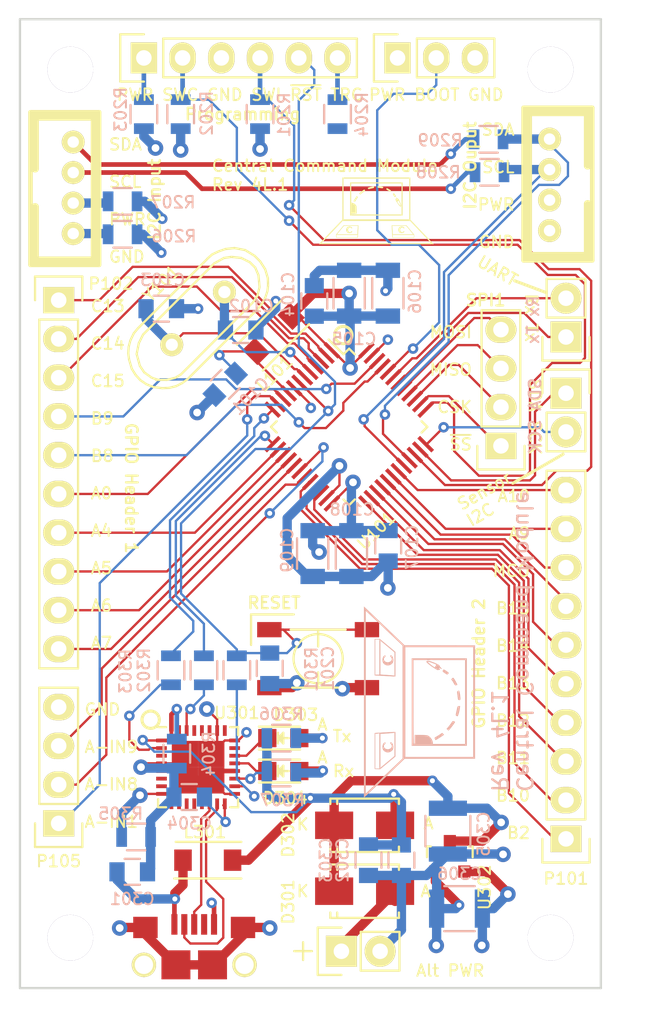
<source format=kicad_pcb>
(kicad_pcb (version 4) (host pcbnew 4.0.0-rc1-stable)
  (layers (0 F.Cu signal) (1 GND signal) (2 PWR signal) (31 B.Cu signal) (34 B.Paste user) (35 F.Paste user) (36 B.SilkS user) (37 F.SilkS user) (38 B.Mask user) (39 F.Mask user) (44 Edge.Cuts user))
  (net 0 "")
  (net 1 "Net-(C101-Pad1)")
  (net 2 GND)
  (net 3 "Net-(C102-Pad1)")
  (net 4 "Net-(C103-Pad1)")
  (net 5 /Comm/NRST)
  (net 6 "Net-(C301-Pad1)")
  (net 7 "Net-(C304-Pad1)")
  (net 8 "Net-(C305-Pad1)")
  (net 9 /Comm/PWR)
  (net 10 "Net-(D301-Pad2)")
  (net 11 "Net-(D303-Pad2)")
  (net 12 "Net-(D303-Pad1)")
  (net 13 "Net-(D304-Pad2)")
  (net 14 "Net-(D304-Pad1)")
  (net 15 "Net-(P101-Pad1)")
  (net 16 "Net-(P101-Pad2)")
  (net 17 "Net-(P101-Pad3)")
  (net 18 "Net-(P101-Pad4)")
  (net 19 "Net-(P101-Pad5)")
  (net 20 "Net-(P101-Pad6)")
  (net 21 "Net-(P101-Pad7)")
  (net 22 "Net-(P102-Pad1)")
  (net 23 "Net-(P102-Pad2)")
  (net 24 "Net-(P102-Pad3)")
  (net 25 /PB9)
  (net 26 "Net-(P102-Pad6)")
  (net 27 "Net-(P102-Pad7)")
  (net 28 "Net-(P102-Pad8)")
  (net 29 "Net-(P102-Pad9)")
  (net 30 "Net-(P102-Pad10)")
  (net 31 /SPI1_NSS)
  (net 32 /SPI1_SCK)
  (net 33 /I2C1_SDA)
  (net 34 /ADC_IN1)
  (net 35 /ADC_IN8)
  (net 36 /ADC_IN9)
  (net 37 /USART1_TX)
  (net 38 /USART1_RX)
  (net 39 "Net-(P201-Pad1)")
  (net 40 /Comm/SWCLK)
  (net 41 /Comm/SWIO)
  (net 42 "Net-(P201-Pad6)")
  (net 43 /Comm/SCL)
  (net 44 /Comm/SDA)
  (net 45 /Comm/BOOT0)
  (net 46 "Net-(P301-Pad3)")
  (net 47 "Net-(P301-Pad2)")
  (net 48 "Net-(R301-Pad1)")
  (net 49 /Power/TXD)
  (net 50 "Net-(R302-Pad2)")
  (net 51 /Power/RXD)
  (net 52 "Net-(R303-Pad2)")
  (net 53 "Net-(R304-Pad2)")
  (net 54 "Net-(R305-Pad2)")
  (net 55 "Net-(P301-Pad4)")
  (net 56 /Comm/TRACE)
  (net 57 /SPI1_MISO)
  (net 58 /SPI1_MOSI)
  (net 59 "Net-(U301-Pad3)")
  (net 60 "Net-(U301-Pad5)")
  (net 61 "Net-(U301-Pad6)")
  (net 62 "Net-(U301-Pad7)")
  (net 63 "Net-(U301-Pad9)")
  (net 64 "Net-(U301-Pad10)")
  (net 65 "Net-(U301-Pad11)")
  (net 66 "Net-(U301-Pad12)")
  (net 67 "Net-(U301-Pad13)")
  (net 68 "Net-(U301-Pad23)")
  (net 69 "Net-(U301-Pad25)")
  (net 70 "Net-(U301-Pad27)")
  (net 71 "Net-(U301-Pad28)")
  (net 72 "Net-(U301-Pad29)")
  (net 73 "Net-(U301-Pad31)")
  (net 74 /Power/VCCIO)
  (net 75 "Net-(P203-Pad1)")
  (net 76 "Net-(P203-Pad2)")
  (net 77 "Net-(P203-Pad3)")
  (net 78 "Net-(P203-Pad4)")
  (net 79 /I2C1_SCK)
  (net 80 /MCO)
  (net 81 /PA9)
  (net 82 /PA10)
  (net 83 /PB8)
  (module Housings_QFP:LQFP-48_7x7mm_Pitch0.5mm (layer F.Cu) (at 97.79 102.9208 315)
    (fp_text reference U101 (at 6.070653 3.556181 405) (layer F.SilkS) (effects (font (size 0.762 0.762) (thickness 0.127))))
    (fp_text value STM32F030C8)
    (pad 1 smd rect (at -4.35 -2.75 315) (size 1.3 0.25) (layers F.Cu F.Paste F.Mask) (net 9 /Comm/PWR))
    (pad 2 smd rect (at -4.35 -2.25 315) (size 1.3 0.25) (layers F.Cu F.Paste F.Mask) (net 22 "Net-(P102-Pad1)"))
    (pad 3 smd rect (at -4.35 -1.75 315) (size 1.3 0.25) (layers F.Cu F.Paste F.Mask) (net 23 "Net-(P102-Pad2)"))
    (pad 4 smd rect (at -4.35 -1.25 315) (size 1.3 0.25) (layers F.Cu F.Paste F.Mask) (net 24 "Net-(P102-Pad3)"))
    (pad 5 smd rect (at -4.35 -0.75 315) (size 1.3 0.25) (layers F.Cu F.Paste F.Mask) (net 3 "Net-(C102-Pad1)"))
    (pad 6 smd rect (at -4.35 -0.25 315) (size 1.3 0.25) (layers F.Cu F.Paste F.Mask) (net 4 "Net-(C103-Pad1)"))
    (pad 7 smd rect (at -4.35 0.25 315) (size 1.3 0.25) (layers F.Cu F.Paste F.Mask) (net 5 /Comm/NRST))
    (pad 8 smd rect (at -4.35 0.75 315) (size 1.3 0.25) (layers F.Cu F.Paste F.Mask) (net 2 GND))
    (pad 9 smd rect (at -4.35 1.25 315) (size 1.3 0.25) (layers F.Cu F.Paste F.Mask) (net 1 "Net-(C101-Pad1)"))
    (pad 10 smd rect (at -4.35 1.75 315) (size 1.3 0.25) (layers F.Cu F.Paste F.Mask) (net 26 "Net-(P102-Pad6)"))
    (pad 11 smd rect (at -4.35 2.25 315) (size 1.3 0.25) (layers F.Cu F.Paste F.Mask) (net 34 /ADC_IN1))
    (pad 12 smd rect (at -4.35 2.75 315) (size 1.3 0.25) (layers F.Cu F.Paste F.Mask) (net 51 /Power/RXD))
    (pad 13 smd rect (at -2.75 4.35 45) (size 1.3 0.25) (layers F.Cu F.Paste F.Mask) (net 49 /Power/TXD))
    (pad 14 smd rect (at -2.25 4.35 45) (size 1.3 0.25) (layers F.Cu F.Paste F.Mask) (net 27 "Net-(P102-Pad7)"))
    (pad 15 smd rect (at -1.75 4.35 45) (size 1.3 0.25) (layers F.Cu F.Paste F.Mask) (net 28 "Net-(P102-Pad8)"))
    (pad 16 smd rect (at -1.25 4.35 45) (size 1.3 0.25) (layers F.Cu F.Paste F.Mask) (net 29 "Net-(P102-Pad9)"))
    (pad 17 smd rect (at -0.75 4.35 45) (size 1.3 0.25) (layers F.Cu F.Paste F.Mask) (net 30 "Net-(P102-Pad10)"))
    (pad 18 smd rect (at -0.25 4.35 45) (size 1.3 0.25) (layers F.Cu F.Paste F.Mask) (net 35 /ADC_IN8))
    (pad 19 smd rect (at 0.25 4.35 45) (size 1.3 0.25) (layers F.Cu F.Paste F.Mask) (net 36 /ADC_IN9))
    (pad 20 smd rect (at 0.75 4.35 45) (size 1.3 0.25) (layers F.Cu F.Paste F.Mask) (net 15 "Net-(P101-Pad1)"))
    (pad 21 smd rect (at 1.25 4.35 45) (size 1.3 0.25) (layers F.Cu F.Paste F.Mask) (net 16 "Net-(P101-Pad2)"))
    (pad 22 smd rect (at 1.75 4.35 45) (size 1.3 0.25) (layers F.Cu F.Paste F.Mask) (net 17 "Net-(P101-Pad3)"))
    (pad 23 smd rect (at 2.25 4.35 45) (size 1.3 0.25) (layers F.Cu F.Paste F.Mask) (net 2 GND))
    (pad 24 smd rect (at 2.75 4.35 45) (size 1.3 0.25) (layers F.Cu F.Paste F.Mask) (net 9 /Comm/PWR))
    (pad 25 smd rect (at 4.35 2.75 315) (size 1.3 0.25) (layers F.Cu F.Paste F.Mask) (net 18 "Net-(P101-Pad4)"))
    (pad 26 smd rect (at 4.35 2.25 315) (size 1.3 0.25) (layers F.Cu F.Paste F.Mask) (net 19 "Net-(P101-Pad5)"))
    (pad 27 smd rect (at 4.35 1.75 315) (size 1.3 0.25) (layers F.Cu F.Paste F.Mask) (net 20 "Net-(P101-Pad6)"))
    (pad 28 smd rect (at 4.35 1.25 315) (size 1.3 0.25) (layers F.Cu F.Paste F.Mask) (net 21 "Net-(P101-Pad7)"))
    (pad 29 smd rect (at 4.35 0.75 315) (size 1.3 0.25) (layers F.Cu F.Paste F.Mask) (net 80 /MCO))
    (pad 30 smd rect (at 4.35 0.25 315) (size 1.3 0.25) (layers F.Cu F.Paste F.Mask) (net 81 /PA9))
    (pad 31 smd rect (at 4.35 -0.25 315) (size 1.3 0.25) (layers F.Cu F.Paste F.Mask) (net 82 /PA10))
    (pad 32 smd rect (at 4.35 -0.75 315) (size 1.3 0.25) (layers F.Cu F.Paste F.Mask) (net 43 /Comm/SCL))
    (pad 33 smd rect (at 4.35 -1.25 315) (size 1.3 0.25) (layers F.Cu F.Paste F.Mask) (net 44 /Comm/SDA))
    (pad 34 smd rect (at 4.35 -1.75 315) (size 1.3 0.25) (layers F.Cu F.Paste F.Mask) (net 41 /Comm/SWIO))
    (pad 35 smd rect (at 4.35 -2.25 315) (size 1.3 0.25) (layers F.Cu F.Paste F.Mask) (net 33 /I2C1_SDA))
    (pad 36 smd rect (at 4.35 -2.75 315) (size 1.3 0.25) (layers F.Cu F.Paste F.Mask) (net 79 /I2C1_SCK))
    (pad 37 smd rect (at 2.75 -4.35 45) (size 1.3 0.25) (layers F.Cu F.Paste F.Mask) (net 40 /Comm/SWCLK))
    (pad 38 smd rect (at 2.25 -4.35 45) (size 1.3 0.25) (layers F.Cu F.Paste F.Mask) (net 31 /SPI1_NSS))
    (pad 39 smd rect (at 1.75 -4.35 45) (size 1.3 0.25) (layers F.Cu F.Paste F.Mask) (net 32 /SPI1_SCK))
    (pad 40 smd rect (at 1.25 -4.35 45) (size 1.3 0.25) (layers F.Cu F.Paste F.Mask) (net 57 /SPI1_MISO))
    (pad 41 smd rect (at 0.75 -4.35 45) (size 1.3 0.25) (layers F.Cu F.Paste F.Mask) (net 58 /SPI1_MOSI))
    (pad 42 smd rect (at 0.25 -4.35 45) (size 1.3 0.25) (layers F.Cu F.Paste F.Mask) (net 37 /USART1_TX))
    (pad 43 smd rect (at -0.25 -4.35 45) (size 1.3 0.25) (layers F.Cu F.Paste F.Mask) (net 38 /USART1_RX))
    (pad 44 smd rect (at -0.75 -4.35 45) (size 1.3 0.25) (layers F.Cu F.Paste F.Mask) (net 45 /Comm/BOOT0))
    (pad 45 smd rect (at -1.25 -4.35 45) (size 1.3 0.25) (layers F.Cu F.Paste F.Mask) (net 83 /PB8))
    (pad 46 smd rect (at -1.75 -4.35 45) (size 1.3 0.25) (layers F.Cu F.Paste F.Mask) (net 25 /PB9))
    (pad 47 smd rect (at -2.25 -4.35 45) (size 1.3 0.25) (layers F.Cu F.Paste F.Mask) (net 2 GND))
    (pad 48 smd rect (at -2.75 -4.35 45) (size 1.3 0.25) (layers F.Cu F.Paste F.Mask) (net 9 /Comm/PWR))
  )
  (module Capacitors_SMD:C_0805 (layer B.Cu) (at 100.35179 110.714023 90)
    (fp_text reference C107 (at -0.093477 1.56571 270) (layer B.SilkS) (effects (font (size 0.762 0.762) (thickness 0.127)) (justify mirror)))
    (fp_text value 0.1μF)
    (pad 1 smd rect (at -1 0 90) (size 1 1.25) (layers B.Cu B.Paste B.Mask) (net 2 GND))
    (pad 2 smd rect (at 1 0 90) (size 1 1.25) (layers B.Cu B.Paste B.Mask) (net 9 /Comm/PWR))
  )
  (module Capacitors_SMD:C_1206 (layer B.Cu) (at 97.93879 111.222024 90)
    (fp_text reference C108 (at 2.891024 0.04171 180) (layer B.SilkS) (effects (font (size 0.762 0.762) (thickness 0.127)) (justify mirror)))
    (fp_text value 1μF)
    (pad 1 smd rect (at -1.5 0 90) (size 1 1.6) (layers B.Cu B.Paste B.Mask) (net 2 GND))
    (pad 2 smd rect (at 1.5 0 90) (size 1 1.6) (layers B.Cu B.Paste B.Mask) (net 9 /Comm/PWR))
  )
  (module Capacitors_SMD:C_1206 (layer B.Cu) (at 95.39879 111.222023 90)
    (fp_text reference C109 (at 0.224023 -1.67279 90) (layer B.SilkS) (effects (font (size 0.762 0.762) (thickness 0.127)) (justify mirror)))
    (fp_text value 10μF)
    (pad 1 smd rect (at -1.5 0 90) (size 1 1.6) (layers B.Cu B.Paste B.Mask) (net 2 GND))
    (pad 2 smd rect (at 1.5 0 90) (size 1 1.6) (layers B.Cu B.Paste B.Mask) (net 9 /Comm/PWR))
  )
  (module Capacitors_SMD:C_0805 (layer B.Cu) (at 89.662 100.1268 225)
    (fp_text reference C101 (at -0.619638 -1.715229 225) (layer B.SilkS) (effects (font (size 0.762 0.762) (thickness 0.127)) (justify mirror)))
    (fp_text value 0.1μF)
    (pad 1 smd rect (at -1 0 225) (size 1 1.25) (layers B.Cu B.Paste B.Mask) (net 1 "Net-(C101-Pad1)"))
    (pad 2 smd rect (at 1 0 225) (size 1 1.25) (layers B.Cu B.Paste B.Mask) (net 2 GND))
  )
  (module Capacitors_SMD:C_0805 (layer B.Cu) (at 90.678 96.5708)
    (fp_text reference C102 (at 0.6985 -1.5748) (layer B.SilkS) (effects (font (size 0.762 0.762) (thickness 0.127)) (justify mirror)))
    (fp_text value 20pF)
    (pad 1 smd rect (at -1 0) (size 1 1.25) (layers B.Cu B.Paste B.Mask) (net 3 "Net-(C102-Pad1)"))
    (pad 2 smd rect (at 1 0) (size 1 1.25) (layers B.Cu B.Paste B.Mask) (net 2 GND))
  )
  (module Capacitors_SMD:C_0805 (layer B.Cu) (at 85.471 95.1738)
    (fp_text reference C103 (at 0.089803 -1.885854) (layer B.SilkS) (effects (font (size 0.762 0.762) (thickness 0.127)) (justify mirror)))
    (fp_text value 20pF)
    (pad 1 smd rect (at -1 0) (size 1 1.25) (layers B.Cu B.Paste B.Mask) (net 4 "Net-(C103-Pad1)"))
    (pad 2 smd rect (at 1 0) (size 1 1.25) (layers B.Cu B.Paste B.Mask) (net 2 GND))
  )
  (module Capacitors_SMD:C_0805 (layer B.Cu) (at 92.583 118.745 270)
    (fp_text reference C201 (at 0 -3.81 270) (layer B.SilkS) (effects (font (size 0.762 0.762) (thickness 0.127)) (justify mirror)))
    (fp_text value 0.1μF)
    (pad 1 smd rect (at -1 0 270) (size 1 1.25) (layers B.Cu B.Paste B.Mask) (net 5 /Comm/NRST))
    (pad 2 smd rect (at 1 0 270) (size 1 1.25) (layers B.Cu B.Paste B.Mask) (net 2 GND))
  )
  (module Capacitors_SMD:C_0805 (layer B.Cu) (at 83.566 132.08)
    (fp_text reference C301 (at 0 1.778) (layer B.SilkS) (effects (font (size 0.762 0.762) (thickness 0.127)) (justify mirror)))
    (fp_text value 0.1μF)
    (pad 1 smd rect (at -1 0) (size 1 1.25) (layers B.Cu B.Paste B.Mask) (net 6 "Net-(C301-Pad1)"))
    (pad 2 smd rect (at 1 0) (size 1 1.25) (layers B.Cu B.Paste B.Mask) (net 2 GND))
  )
  (module Capacitors_SMD:C_0805 (layer B.Cu) (at 101.219 131.318 270)
    (fp_text reference C302 (at 0 3.8735 270) (layer B.SilkS) (effects (font (size 0.762 0.762) (thickness 0.127)) (justify mirror)))
    (fp_text value 0.1μF)
    (pad 1 smd rect (at -1 0 270) (size 1 1.25) (layers B.Cu B.Paste B.Mask) (net 74 /Power/VCCIO))
    (pad 2 smd rect (at 1 0 270) (size 1 1.25) (layers B.Cu B.Paste B.Mask) (net 2 GND))
  )
  (module Capacitors_SMD:C_0805 (layer B.Cu) (at 99.06 131.318 270)
    (fp_text reference C303 (at 0 2.794 270) (layer B.SilkS) (effects (font (size 0.762 0.762) (thickness 0.127)) (justify mirror)))
    (fp_text value 4.7μF)
    (pad 1 smd rect (at -1 0 270) (size 1 1.25) (layers B.Cu B.Paste B.Mask) (net 74 /Power/VCCIO))
    (pad 2 smd rect (at 1 0 270) (size 1 1.25) (layers B.Cu B.Paste B.Mask) (net 2 GND))
  )
  (module Capacitors_SMD:C_0805 (layer B.Cu) (at 87.2998 127.1778 180)
    (fp_text reference C304 (at -0.0127 -1.7272 180) (layer B.SilkS) (effects (font (size 0.762 0.762) (thickness 0.127)) (justify mirror)))
    (fp_text value 0.1μF)
    (pad 1 smd rect (at -1 0 180) (size 1 1.25) (layers B.Cu B.Paste B.Mask) (net 7 "Net-(C304-Pad1)"))
    (pad 2 smd rect (at 1 0 180) (size 1 1.25) (layers B.Cu B.Paste B.Mask) (net 2 GND))
  )
  (module Capacitors_SMD:C_1210 (layer B.Cu) (at 104.267 129.413 270)
    (fp_text reference C305 (at 0.1905 -2.3495 270) (layer B.SilkS) (effects (font (size 0.762 0.762) (thickness 0.127)) (justify mirror)))
    (fp_text value 10μF)
    (pad 1 smd rect (at -1.5 0 270) (size 1 2.5) (layers B.Cu B.Paste B.Mask) (net 8 "Net-(C305-Pad1)"))
    (pad 2 smd rect (at 1.5 0 270) (size 1 2.5) (layers B.Cu B.Paste B.Mask) (net 2 GND))
  )
  (module Capacitors_SMD:C_1210 (layer B.Cu) (at 105.029 134.493 180)
    (fp_text reference C306 (at 0 2.286 180) (layer B.SilkS) (effects (font (size 0.762 0.762) (thickness 0.127)) (justify mirror)))
    (fp_text value 10μF)
    (pad 1 smd rect (at -1.5 0 180) (size 1 2.5) (layers B.Cu B.Paste B.Mask) (net 9 /Comm/PWR))
    (pad 2 smd rect (at 1.5 0 180) (size 1 2.5) (layers B.Cu B.Paste B.Mask) (net 2 GND))
  )
  (module Diodes_SMD:SMA_Standard (layer F.Cu) (at 98.806 133.35)
    (fp_text reference D301 (at -5.0165 0.6985 90) (layer F.SilkS) (effects (font (size 0.762 0.762) (thickness 0.127))))
    (fp_text value D_Schottky)
    (fp_text user K (at -4.064 0) (layer F.SilkS) (effects (font (size 0.762 0.762) (thickness 0.127))))
    (fp_text user A (at 4.0005 0) (layer F.SilkS) (effects (font (size 0.762 0.762) (thickness 0.127))))
    (pad 1 smd rect (at -1.99898 0) (size 2.49936 1.80086) (layers F.Cu F.Paste F.Mask) (net 8 "Net-(C305-Pad1)"))
    (pad 2 smd rect (at 1.99898 0) (size 2.49936 1.80086) (layers F.Cu F.Paste F.Mask) (net 10 "Net-(D301-Pad2)"))
  )
  (module Diodes_SMD:SMA_Standard (layer F.Cu) (at 98.806 129.032)
    (fp_text reference D302 (at -5.0165 0.635 270) (layer F.SilkS) (effects (font (size 0.762 0.762) (thickness 0.127))))
    (fp_text value D_Schottky)
    (fp_text user K (at -4.064 -0.0635) (layer F.SilkS) (effects (font (size 0.762 0.762) (thickness 0.127))))
    (fp_text user A (at 4.191 -0.127) (layer F.SilkS) (effects (font (size 0.762 0.762) (thickness 0.127))))
    (pad 1 smd rect (at -1.99898 0) (size 2.49936 1.80086) (layers F.Cu F.Paste F.Mask) (net 8 "Net-(C305-Pad1)"))
    (pad 2 smd rect (at 1.99898 0) (size 2.49936 1.80086) (layers F.Cu F.Paste F.Mask) (net 74 /Power/VCCIO))
  )
  (module LEDs:LED-0805 (layer F.Cu) (at 93.472 123.317)
    (fp_text reference D303 (at 0.8255 -1.524) (layer F.SilkS) (effects (font (size 0.762 0.762) (thickness 0.127))))
    (fp_text value "Tx LED")
    (pad 2 smd rect (at 1.04902 0 180) (size 1.19888 1.19888) (layers F.Cu F.Paste F.Mask) (net 11 "Net-(D303-Pad2)"))
    (pad 1 smd rect (at -1.04902 0 180) (size 1.19888 1.19888) (layers F.Cu F.Paste F.Mask) (net 12 "Net-(D303-Pad1)"))
  )
  (module LEDs:LED-0805 (layer F.Cu) (at 93.472 125.476)
    (fp_text reference D304 (at 0.127 1.778) (layer F.SilkS) (effects (font (size 0.762 0.762) (thickness 0.127))))
    (fp_text value "Rx LED")
    (pad 2 smd rect (at 1.04902 0 180) (size 1.19888 1.19888) (layers F.Cu F.Paste F.Mask) (net 13 "Net-(D304-Pad2)"))
    (pad 1 smd rect (at -1.04902 0 180) (size 1.19888 1.19888) (layers F.Cu F.Paste F.Mask) (net 14 "Net-(D304-Pad1)"))
  )
  (module Inductors_NEOSID:Neosid_Inductor_SM1206 (layer F.Cu) (at 92.837 96.8248 225)
    (fp_text reference L101 (at 1.805031 -1.894834 225) (layer F.SilkS) (effects (font (size 0.762 0.762) (thickness 0.127))))
    (fp_text value INDUCTOR)
    (pad 2 smd rect (at 1.6256 0 225) (size 1.15062 1.39954) (layers F.Cu F.Paste F.Mask) (net 1 "Net-(C101-Pad1)"))
    (pad 1 smd rect (at -1.6256 0 225) (size 1.15062 1.39954) (layers F.Cu F.Paste F.Mask) (net 9 /Comm/PWR))
  )
  (module Inductors_NEOSID:Neosid_Inductor_SM1206 (layer F.Cu) (at 88.519 131.318)
    (fp_text reference L301 (at -0.1905 -1.8415) (layer F.SilkS) (effects (font (size 0.762 0.762) (thickness 0.127))))
    (fp_text value FERRITE)
    (pad 2 smd rect (at 1.6256 0) (size 1.15062 1.39954) (layers F.Cu F.Paste F.Mask) (net 74 /Power/VCCIO))
    (pad 1 smd rect (at -1.6256 0) (size 1.15062 1.39954) (layers F.Cu F.Paste F.Mask) (net 6 "Net-(C301-Pad1)"))
  )
  (module Pin_Headers:Pin_Header_Straight_1x10 (layer F.Cu) (at 112.014 129.921 180)
    (fp_text reference P101 (at 0 -2.6035 360) (layer F.SilkS) (effects (font (size 0.762 0.762) (thickness 0.127))))
    (fp_text value CONN_01X10)
    (pad 1 thru_hole rect (at 0 0 180) (size 2.032 1.7272) (drill 1.016) (layers *.Cu *.Mask F.SilkS) (net 15 "Net-(P101-Pad1)"))
    (pad 2 thru_hole oval (at 0 2.54 180) (size 2.032 1.7272) (drill 1.016) (layers *.Cu *.Mask F.SilkS) (net 16 "Net-(P101-Pad2)"))
    (pad 3 thru_hole oval (at 0 5.08 180) (size 2.032 1.7272) (drill 1.016) (layers *.Cu *.Mask F.SilkS) (net 17 "Net-(P101-Pad3)"))
    (pad 4 thru_hole oval (at 0 7.62 180) (size 2.032 1.7272) (drill 1.016) (layers *.Cu *.Mask F.SilkS) (net 18 "Net-(P101-Pad4)"))
    (pad 5 thru_hole oval (at 0 10.16 180) (size 2.032 1.7272) (drill 1.016) (layers *.Cu *.Mask F.SilkS) (net 19 "Net-(P101-Pad5)"))
    (pad 6 thru_hole oval (at 0 12.7 180) (size 2.032 1.7272) (drill 1.016) (layers *.Cu *.Mask F.SilkS) (net 20 "Net-(P101-Pad6)"))
    (pad 7 thru_hole oval (at 0 15.24 180) (size 2.032 1.7272) (drill 1.016) (layers *.Cu *.Mask F.SilkS) (net 21 "Net-(P101-Pad7)"))
    (pad 8 thru_hole oval (at 0 17.78 180) (size 2.032 1.7272) (drill 1.016) (layers *.Cu *.Mask F.SilkS) (net 80 /MCO))
    (pad 9 thru_hole oval (at 0 20.32 180) (size 2.032 1.7272) (drill 1.016) (layers *.Cu *.Mask F.SilkS) (net 81 /PA9))
    (pad 10 thru_hole oval (at 0 22.86 180) (size 2.032 1.7272) (drill 1.016) (layers *.Cu *.Mask F.SilkS) (net 82 /PA10))
  )
  (module Pin_Headers:Pin_Header_Straight_1x10 (layer F.Cu) (at 78.74 94.615)
    (fp_text reference P102 (at 3.429 -1.0795 180) (layer F.SilkS) (effects (font (size 0.762 0.762) (thickness 0.127))))
    (fp_text value CONN_01X10)
    (pad 1 thru_hole rect (at 0 0) (size 2.032 1.7272) (drill 1.016) (layers *.Cu *.Mask F.SilkS) (net 22 "Net-(P102-Pad1)"))
    (pad 2 thru_hole oval (at 0 2.54) (size 2.032 1.7272) (drill 1.016) (layers *.Cu *.Mask F.SilkS) (net 23 "Net-(P102-Pad2)"))
    (pad 3 thru_hole oval (at 0 5.08) (size 2.032 1.7272) (drill 1.016) (layers *.Cu *.Mask F.SilkS) (net 24 "Net-(P102-Pad3)"))
    (pad 4 thru_hole oval (at 0 7.62) (size 2.032 1.7272) (drill 1.016) (layers *.Cu *.Mask F.SilkS) (net 25 /PB9))
    (pad 5 thru_hole oval (at 0 10.16) (size 2.032 1.7272) (drill 1.016) (layers *.Cu *.Mask F.SilkS) (net 83 /PB8))
    (pad 6 thru_hole oval (at 0 12.7) (size 2.032 1.7272) (drill 1.016) (layers *.Cu *.Mask F.SilkS) (net 26 "Net-(P102-Pad6)"))
    (pad 7 thru_hole oval (at 0 15.24) (size 2.032 1.7272) (drill 1.016) (layers *.Cu *.Mask F.SilkS) (net 27 "Net-(P102-Pad7)"))
    (pad 8 thru_hole oval (at 0 17.78) (size 2.032 1.7272) (drill 1.016) (layers *.Cu *.Mask F.SilkS) (net 28 "Net-(P102-Pad8)"))
    (pad 9 thru_hole oval (at 0 20.32) (size 2.032 1.7272) (drill 1.016) (layers *.Cu *.Mask F.SilkS) (net 29 "Net-(P102-Pad9)"))
    (pad 10 thru_hole oval (at 0 22.86) (size 2.032 1.7272) (drill 1.016) (layers *.Cu *.Mask F.SilkS) (net 30 "Net-(P102-Pad10)"))
  )
  (module Pin_Headers:Pin_Header_Straight_1x04 (layer F.Cu) (at 107.7468 104.1654 180)
    (fp_text reference P103 hide)
    (fp_text value CONN_01X04)
    (pad 1 thru_hole rect (at 0 0 180) (size 2.032 1.7272) (drill 1.016) (layers *.Cu *.Mask F.SilkS) (net 31 /SPI1_NSS))
    (pad 2 thru_hole oval (at 0 2.54 180) (size 2.032 1.7272) (drill 1.016) (layers *.Cu *.Mask F.SilkS) (net 32 /SPI1_SCK))
    (pad 3 thru_hole oval (at 0 5.08 180) (size 2.032 1.7272) (drill 1.016) (layers *.Cu *.Mask F.SilkS) (net 57 /SPI1_MISO))
    (pad 4 thru_hole oval (at 0 7.62 180) (size 2.032 1.7272) (drill 1.016) (layers *.Cu *.Mask F.SilkS) (net 58 /SPI1_MOSI))
  )
  (module Pin_Headers:Pin_Header_Straight_1x02 (layer F.Cu) (at 112.014 100.711)
    (fp_text reference P104 hide)
    (fp_text value CONN_01X02)
    (pad 1 thru_hole rect (at 0 0) (size 2.032 2.032) (drill 1.016) (layers *.Cu *.Mask F.SilkS) (net 33 /I2C1_SDA))
    (pad 2 thru_hole oval (at 0 2.54) (size 2.032 2.032) (drill 1.016) (layers *.Cu *.Mask F.SilkS) (net 79 /I2C1_SCK))
  )
  (module Pin_Headers:Pin_Header_Straight_1x04 (layer F.Cu) (at 78.74 128.905 180)
    (fp_text reference P105 (at 0 -2.4765 360) (layer F.SilkS) (effects (font (size 0.762 0.762) (thickness 0.127))))
    (fp_text value CONN_01X04)
    (pad 1 thru_hole rect (at 0 0 180) (size 2.032 1.7272) (drill 1.016) (layers *.Cu *.Mask F.SilkS) (net 34 /ADC_IN1))
    (pad 2 thru_hole oval (at 0 2.54 180) (size 2.032 1.7272) (drill 1.016) (layers *.Cu *.Mask F.SilkS) (net 35 /ADC_IN8))
    (pad 3 thru_hole oval (at 0 5.08 180) (size 2.032 1.7272) (drill 1.016) (layers *.Cu *.Mask F.SilkS) (net 36 /ADC_IN9))
    (pad 4 thru_hole oval (at 0 7.62 180) (size 2.032 1.7272) (drill 1.016) (layers *.Cu *.Mask F.SilkS) (net 2 GND))
  )
  (module Pin_Headers:Pin_Header_Straight_1x02 (layer F.Cu) (at 112.014 97.028 180)
    (fp_text reference P106 hide)
    (fp_text value CONN_01X02)
    (pad 1 thru_hole rect (at 0 0 180) (size 2.032 2.032) (drill 1.016) (layers *.Cu *.Mask F.SilkS) (net 37 /USART1_TX))
    (pad 2 thru_hole oval (at 0 2.54 180) (size 2.032 2.032) (drill 1.016) (layers *.Cu *.Mask F.SilkS) (net 38 /USART1_RX))
  )
  (module Pin_Headers:Pin_Header_Straight_1x06 (layer F.Cu) (at 84.328 78.74 90)
    (fp_text reference P201 hide)
    (fp_text value CONN_01X06)
    (pad 1 thru_hole rect (at 0 0 90) (size 2.032 1.7272) (drill 1.016) (layers *.Cu *.Mask F.SilkS) (net 39 "Net-(P201-Pad1)"))
    (pad 2 thru_hole oval (at 0 2.54 90) (size 2.032 1.7272) (drill 1.016) (layers *.Cu *.Mask F.SilkS) (net 40 /Comm/SWCLK))
    (pad 3 thru_hole oval (at 0 5.08 90) (size 2.032 1.7272) (drill 1.016) (layers *.Cu *.Mask F.SilkS) (net 2 GND))
    (pad 4 thru_hole oval (at 0 7.62 90) (size 2.032 1.7272) (drill 1.016) (layers *.Cu *.Mask F.SilkS) (net 41 /Comm/SWIO))
    (pad 5 thru_hole oval (at 0 10.16 90) (size 2.032 1.7272) (drill 1.016) (layers *.Cu *.Mask F.SilkS) (net 5 /Comm/NRST))
    (pad 6 thru_hole oval (at 0 12.7 90) (size 2.032 1.7272) (drill 1.016) (layers *.Cu *.Mask F.SilkS) (net 42 "Net-(P201-Pad6)"))
  )
  (module CentralCommand:Grove-2mm (layer F.Cu) (at 110.9345 90.1065 90)
    (fp_text reference P202 hide)
    (fp_text value CONN_01X04)
    (pad 1 thru_hole circle (at 0.05 0 90) (size 1.5 1.5) (drill 0.75) (layers *.Cu *.Mask F.SilkS) (net 2 GND))
    (pad 2 thru_hole circle (at 2.05 0 90) (size 1.5 1.5) (drill 0.75) (layers *.Cu *.Mask F.SilkS) (net 9 /Comm/PWR))
    (pad 3 thru_hole circle (at 4.05 0 90) (size 1.5 1.5) (drill 0.75) (layers *.Cu *.Mask F.SilkS) (net 43 /Comm/SCL))
    (pad 4 thru_hole circle (at 6.05 0 90) (size 1.5 1.5) (drill 0.75) (layers *.Cu *.Mask F.SilkS) (net 44 /Comm/SDA))
  )
  (module CentralCommand:Grove-2mm (layer F.Cu) (at 79.6925 84.201 270)
    (fp_text reference P203 hide)
    (fp_text value CONN_01X04)
    (pad 1 thru_hole circle (at 0.05 0 270) (size 1.5 1.5) (drill 0.75) (layers *.Cu *.Mask F.SilkS) (net 75 "Net-(P203-Pad1)"))
    (pad 2 thru_hole circle (at 2.05 0 270) (size 1.5 1.5) (drill 0.75) (layers *.Cu *.Mask F.SilkS) (net 76 "Net-(P203-Pad2)"))
    (pad 3 thru_hole circle (at 4.05 0 270) (size 1.5 1.5) (drill 0.75) (layers *.Cu *.Mask F.SilkS) (net 77 "Net-(P203-Pad3)"))
    (pad 4 thru_hole circle (at 6.05 0 270) (size 1.5 1.5) (drill 0.75) (layers *.Cu *.Mask F.SilkS) (net 78 "Net-(P203-Pad4)"))
  )
  (module Pin_Headers:Pin_Header_Straight_1x03 (layer F.Cu) (at 100.965 78.74 90)
    (fp_text reference P204 hide)
    (fp_text value CONN_01X03)
    (pad 1 thru_hole rect (at 0 0 90) (size 2.032 1.7272) (drill 1.016) (layers *.Cu *.Mask F.SilkS) (net 9 /Comm/PWR))
    (pad 2 thru_hole oval (at 0 2.54 90) (size 2.032 1.7272) (drill 1.016) (layers *.Cu *.Mask F.SilkS) (net 45 /Comm/BOOT0))
    (pad 3 thru_hole oval (at 0 5.08 90) (size 2.032 1.7272) (drill 1.016) (layers *.Cu *.Mask F.SilkS) (net 2 GND))
  )
  (module CentralCommand:USB_Micro_B (layer F.Cu) (at 87.63 138.176)
    (fp_text reference P301 hide)
    (fp_text value USB-MICRO-B hide)
    (pad 1 smd rect (at -1.3 -2.65) (size 0.4 1.35) (layers F.Cu F.Paste F.Mask) (net 6 "Net-(C301-Pad1)"))
    (pad 4 smd rect (at 0.65 -2.65) (size 0.4 1.35) (layers F.Cu F.Paste F.Mask) (net 55 "Net-(P301-Pad4)"))
    (pad 3 smd rect (at 0 -2.65) (size 0.4 1.35) (layers F.Cu F.Paste F.Mask) (net 46 "Net-(P301-Pad3)"))
    (pad 2 smd rect (at -0.65 -2.65) (size 0.4 1.35) (layers F.Cu F.Paste F.Mask) (net 47 "Net-(P301-Pad2)"))
    (pad 5 smd rect (at 1.3 -2.65) (size 0.4 1.35) (layers F.Cu F.Paste F.Mask) (net 2 GND))
    (pad 6 smd rect (at -3.2 -2.45) (size 1.6 1.4) (layers F.Cu F.Paste F.Mask) (net 2 GND))
    (pad 7 smd rect (at 3.2 -2.45) (size 1.6 1.4) (layers F.Cu F.Paste F.Mask) (net 2 GND))
    (pad 8 smd rect (at -1.2 0) (size 1.9 1.9) (layers F.Cu F.Paste F.Mask) (net 2 GND))
    (pad 9 smd rect (at 1.2 0) (size 1.9 1.9) (layers F.Cu F.Paste F.Mask) (net 2 GND))
    (pad "" np_thru_hole circle (at -3.3 0) (size 1.6 1.6) (drill 1.2) (layers *.Cu *.Mask F.SilkS))
    (pad "" np_thru_hole oval (at 3.3 0) (size 1.6 1.6) (drill 1.2) (layers *.Cu *.Mask F.SilkS))
  )
  (module Pin_Headers:Pin_Header_Straight_1x02 (layer F.Cu) (at 97.282 137.287 90)
    (fp_text reference P302 hide)
    (fp_text value "ALT PWR")
    (pad 1 thru_hole rect (at 0 0 90) (size 2.032 2.032) (drill 1.016) (layers *.Cu *.Mask F.SilkS) (net 10 "Net-(D301-Pad2)"))
    (pad 2 thru_hole oval (at 0 2.54 90) (size 2.032 2.032) (drill 1.016) (layers *.Cu *.Mask F.SilkS) (net 2 GND))
  )
  (module Resistors_SMD:R_0805 (layer B.Cu) (at 91.948 82.423 270)
    (fp_text reference R201 (at 0.0508 -1.5748 270) (layer B.SilkS) (effects (font (size 0.762 0.762) (thickness 0.127)) (justify mirror)))
    (fp_text value 10kΩ)
    (pad 1 smd rect (at -0.95 0 270) (size 0.7 1.3) (layers B.Cu B.Paste B.Mask) (net 41 /Comm/SWIO))
    (pad 2 smd rect (at 0.95 0 270) (size 0.7 1.3) (layers B.Cu B.Paste B.Mask) (net 9 /Comm/PWR))
  )
  (module Resistors_SMD:R_0805 (layer B.Cu) (at 86.741 82.423 90)
    (fp_text reference R202 (at 0.0508 1.7018 90) (layer B.SilkS) (effects (font (size 0.762 0.762) (thickness 0.127)) (justify mirror)))
    (fp_text value 10kΩ)
    (pad 1 smd rect (at -0.95 0 90) (size 0.7 1.3) (layers B.Cu B.Paste B.Mask) (net 2 GND))
    (pad 2 smd rect (at 0.95 0 90) (size 0.7 1.3) (layers B.Cu B.Paste B.Mask) (net 40 /Comm/SWCLK))
  )
  (module Resistors_SMD:R_0805 (layer B.Cu) (at 84.328 82.423 270)
    (fp_text reference R203 (at -0.3048 1.524 270) (layer B.SilkS) (effects (font (size 0.762 0.762) (thickness 0.127)) (justify mirror)))
    (fp_text value 0Ω)
    (pad 1 smd rect (at -0.95 0 270) (size 0.7 1.3) (layers B.Cu B.Paste B.Mask) (net 39 "Net-(P201-Pad1)"))
    (pad 2 smd rect (at 0.95 0 270) (size 0.7 1.3) (layers B.Cu B.Paste B.Mask) (net 9 /Comm/PWR))
  )
  (module Resistors_SMD:R_0805 (layer B.Cu) (at 97.028 82.423 90)
    (fp_text reference R204 (at -0.0254 1.6002 90) (layer B.SilkS) (effects (font (size 0.762 0.762) (thickness 0.127)) (justify mirror)))
    (fp_text value 10kΩ)
    (pad 1 smd rect (at -0.95 0 90) (size 0.7 1.3) (layers B.Cu B.Paste B.Mask) (net 56 /Comm/TRACE))
    (pad 2 smd rect (at 0.95 0 90) (size 0.7 1.3) (layers B.Cu B.Paste B.Mask) (net 42 "Net-(P201-Pad6)"))
  )
  (module Resistors_SMD:R_0805 (layer B.Cu) (at 90.424 118.872 90)
    (fp_text reference R301 (at 0.0635 4.8895 90) (layer B.SilkS) (effects (font (size 0.762 0.762) (thickness 0.127)) (justify mirror)))
    (fp_text value 0Ω)
    (pad 1 smd rect (at -0.95 0 90) (size 0.7 1.3) (layers B.Cu B.Paste B.Mask) (net 48 "Net-(R301-Pad1)"))
    (pad 2 smd rect (at 0.95 0 90) (size 0.7 1.3) (layers B.Cu B.Paste B.Mask) (net 5 /Comm/NRST))
  )
  (module Resistors_SMD:R_0805 (layer B.Cu) (at 88.265 118.872 270)
    (fp_text reference R302 (at 0 3.937 450) (layer B.SilkS) (effects (font (size 0.762 0.762) (thickness 0.127)) (justify mirror)))
    (fp_text value 0Ω)
    (pad 1 smd rect (at -0.95 0 270) (size 0.7 1.3) (layers B.Cu B.Paste B.Mask) (net 49 /Power/TXD))
    (pad 2 smd rect (at 0.95 0 270) (size 0.7 1.3) (layers B.Cu B.Paste B.Mask) (net 50 "Net-(R302-Pad2)"))
  )
  (module Resistors_SMD:R_0805 (layer B.Cu) (at 86.106 118.872 270)
    (fp_text reference R303 (at 0.0635 2.9845 270) (layer B.SilkS) (effects (font (size 0.762 0.762) (thickness 0.127)) (justify mirror)))
    (fp_text value 0Ω)
    (pad 1 smd rect (at -0.95 0 270) (size 0.7 1.3) (layers B.Cu B.Paste B.Mask) (net 51 /Power/RXD))
    (pad 2 smd rect (at 0.95 0 270) (size 0.7 1.3) (layers B.Cu B.Paste B.Mask) (net 52 "Net-(R303-Pad2)"))
  )
  (module Resistors_SMD:R_0805 (layer B.Cu) (at 86.487 124.333 90)
    (fp_text reference R304 (at 0 2.1 90) (layer B.SilkS) (effects (font (size 0.762 0.762) (thickness 0.127)) (justify mirror)))
    (fp_text value NOPE)
    (pad 1 smd rect (at -0.95 0 90) (size 0.7 1.3) (layers B.Cu B.Paste B.Mask) (net 2 GND))
    (pad 2 smd rect (at 0.95 0 90) (size 0.7 1.3) (layers B.Cu B.Paste B.Mask) (net 53 "Net-(R304-Pad2)"))
  )
  (module Resistors_SMD:R_0805 (layer B.Cu) (at 83.82 129.794 180)
    (fp_text reference R305 (at 1.016 1.524 180) (layer B.SilkS) (effects (font (size 0.762 0.762) (thickness 0.127)) (justify mirror)))
    (fp_text value NOPE)
    (pad 1 smd rect (at -0.95 0 180) (size 0.7 1.3) (layers B.Cu B.Paste B.Mask) (net 2 GND))
    (pad 2 smd rect (at 0.95 0 180) (size 0.7 1.3) (layers B.Cu B.Paste B.Mask) (net 54 "Net-(R305-Pad2)"))
  )
  (module Resistors_SMD:R_0805 (layer B.Cu) (at 93.345 123.317)
    (fp_text reference R306 (at 0 -1.5875) (layer B.SilkS) (effects (font (size 0.762 0.762) (thickness 0.127)) (justify mirror)))
    (fp_text value 270Ω)
    (pad 1 smd rect (at -0.95 0) (size 0.7 1.3) (layers B.Cu B.Paste B.Mask) (net 74 /Power/VCCIO))
    (pad 2 smd rect (at 0.95 0) (size 0.7 1.3) (layers B.Cu B.Paste B.Mask) (net 11 "Net-(D303-Pad2)"))
  )
  (module Resistors_SMD:R_0805 (layer B.Cu) (at 93.345 125.603)
    (fp_text reference R307 (at 0.0635 1.778) (layer B.SilkS) (effects (font (size 0.762 0.762) (thickness 0.127)) (justify mirror)))
    (fp_text value 270Ω)
    (pad 1 smd rect (at -0.95 0) (size 0.7 1.3) (layers B.Cu B.Paste B.Mask) (net 74 /Power/VCCIO))
    (pad 2 smd rect (at 0.95 0) (size 0.7 1.3) (layers B.Cu B.Paste B.Mask) (net 13 "Net-(D304-Pad2)"))
  )
  (module Housings_DFN_QFN:QFN-32-1EP_5x5mm_Pitch0.5mm (layer F.Cu) (at 87.884 125.222)
    (fp_text reference U301 (at 2.54 -3.556) (layer F.SilkS) (effects (font (size 0.762 0.762) (thickness 0.127))))
    (fp_text value FT232RQ)
    (pad 1 smd rect (at -2.4 -1.75) (size 0.7 0.25) (layers F.Cu F.Paste F.Mask) (net 74 /Power/VCCIO))
    (pad 2 smd rect (at -2.4 -1.25) (size 0.7 0.25) (layers F.Cu F.Paste F.Mask) (net 52 "Net-(R303-Pad2)"))
    (pad 3 smd rect (at -2.4 -0.75) (size 0.7 0.25) (layers F.Cu F.Paste F.Mask) (net 59 "Net-(U301-Pad3)"))
    (pad 4 smd rect (at -2.4 -0.25) (size 0.7 0.25) (layers F.Cu F.Paste F.Mask) (net 2 GND))
    (pad 5 smd rect (at -2.4 0.25) (size 0.7 0.25) (layers F.Cu F.Paste F.Mask) (net 60 "Net-(U301-Pad5)"))
    (pad 6 smd rect (at -2.4 0.75) (size 0.7 0.25) (layers F.Cu F.Paste F.Mask) (net 61 "Net-(U301-Pad6)"))
    (pad 7 smd rect (at -2.4 1.25) (size 0.7 0.25) (layers F.Cu F.Paste F.Mask) (net 62 "Net-(U301-Pad7)"))
    (pad 8 smd rect (at -2.4 1.75) (size 0.7 0.25) (layers F.Cu F.Paste F.Mask) (net 54 "Net-(R305-Pad2)"))
    (pad 9 smd rect (at -1.75 2.4 90) (size 0.7 0.25) (layers F.Cu F.Paste F.Mask) (net 63 "Net-(U301-Pad9)"))
    (pad 10 smd rect (at -1.25 2.4 90) (size 0.7 0.25) (layers F.Cu F.Paste F.Mask) (net 64 "Net-(U301-Pad10)"))
    (pad 11 smd rect (at -0.75 2.4 90) (size 0.7 0.25) (layers F.Cu F.Paste F.Mask) (net 65 "Net-(U301-Pad11)"))
    (pad 12 smd rect (at -0.25 2.4 90) (size 0.7 0.25) (layers F.Cu F.Paste F.Mask) (net 66 "Net-(U301-Pad12)"))
    (pad 13 smd rect (at 0.25 2.4 90) (size 0.7 0.25) (layers F.Cu F.Paste F.Mask) (net 67 "Net-(U301-Pad13)"))
    (pad 14 smd rect (at 0.75 2.4 90) (size 0.7 0.25) (layers F.Cu F.Paste F.Mask) (net 46 "Net-(P301-Pad3)"))
    (pad 15 smd rect (at 1.25 2.4 90) (size 0.7 0.25) (layers F.Cu F.Paste F.Mask) (net 47 "Net-(P301-Pad2)"))
    (pad 16 smd rect (at 1.75 2.4 90) (size 0.7 0.25) (layers F.Cu F.Paste F.Mask) (net 7 "Net-(C304-Pad1)"))
    (pad 17 smd rect (at 2.4 1.75) (size 0.7 0.25) (layers F.Cu F.Paste F.Mask) (net 2 GND))
    (pad 18 smd rect (at 2.4 1.25) (size 0.7 0.25) (layers F.Cu F.Paste F.Mask) (net 48 "Net-(R301-Pad1)"))
    (pad 19 smd rect (at 2.4 0.75) (size 0.7 0.25) (layers F.Cu F.Paste F.Mask) (net 74 /Power/VCCIO))
    (pad 20 smd rect (at 2.4 0.25) (size 0.7 0.25) (layers F.Cu F.Paste F.Mask) (net 2 GND))
    (pad 21 smd rect (at 2.4 -0.25) (size 0.7 0.25) (layers F.Cu F.Paste F.Mask) (net 14 "Net-(D304-Pad1)"))
    (pad 22 smd rect (at 2.4 -0.75) (size 0.7 0.25) (layers F.Cu F.Paste F.Mask) (net 12 "Net-(D303-Pad1)"))
    (pad 23 smd rect (at 2.4 -1.25) (size 0.7 0.25) (layers F.Cu F.Paste F.Mask) (net 68 "Net-(U301-Pad23)"))
    (pad 24 smd rect (at 2.4 -1.75) (size 0.7 0.25) (layers F.Cu F.Paste F.Mask) (net 2 GND))
    (pad 25 smd rect (at 1.75 -2.4 90) (size 0.7 0.25) (layers F.Cu F.Paste F.Mask) (net 69 "Net-(U301-Pad25)"))
    (pad 26 smd rect (at 1.25 -2.4 90) (size 0.7 0.25) (layers F.Cu F.Paste F.Mask) (net 2 GND))
    (pad 27 smd rect (at 0.75 -2.4 90) (size 0.7 0.25) (layers F.Cu F.Paste F.Mask) (net 70 "Net-(U301-Pad27)"))
    (pad 28 smd rect (at 0.25 -2.4 90) (size 0.7 0.25) (layers F.Cu F.Paste F.Mask) (net 71 "Net-(U301-Pad28)"))
    (pad 29 smd rect (at -0.25 -2.4 90) (size 0.7 0.25) (layers F.Cu F.Paste F.Mask) (net 72 "Net-(U301-Pad29)"))
    (pad 30 smd rect (at -0.75 -2.4 90) (size 0.7 0.25) (layers F.Cu F.Paste F.Mask) (net 50 "Net-(R302-Pad2)"))
    (pad 31 smd rect (at -1.25 -2.4 90) (size 0.7 0.25) (layers F.Cu F.Paste F.Mask) (net 73 "Net-(U301-Pad31)"))
    (pad 32 smd rect (at -1.75 -2.4 90) (size 0.7 0.25) (layers F.Cu F.Paste F.Mask) (net 53 "Net-(R304-Pad2)"))
    (pad 33 smd rect (at 0.8625 0.8625) (size 1.725 1.725) (layers F.Cu F.Paste F.Mask) (net 2 GND))
    (pad 33 smd rect (at 0.8625 -0.8625) (size 1.725 1.725) (layers F.Cu F.Paste F.Mask) (net 2 GND))
    (pad 33 smd rect (at -0.8625 0.8625) (size 1.725 1.725) (layers F.Cu F.Paste F.Mask) (net 2 GND))
    (pad 33 smd rect (at -0.8625 -0.8625) (size 1.725 1.725) (layers F.Cu F.Paste F.Mask) (net 2 GND))
  )
  (module TO_SOT_Packages_SMD:SOT-23 (layer F.Cu) (at 104.394 131.064)
    (fp_text reference U302 (at 2.286 2.032 90) (layer F.SilkS) (effects (font (size 0.762 0.762) (thickness 0.127))))
    (fp_text value MCP1700T-3302E)
    (pad 1 smd rect (at -0.95 1.00076) (size 0.8001 0.8001) (layers F.Cu F.Paste F.Mask) (net 2 GND))
    (pad 2 smd rect (at 0.95 1.00076) (size 0.8001 0.8001) (layers F.Cu F.Paste F.Mask) (net 9 /Comm/PWR))
    (pad 3 smd rect (at 0 -0.99822) (size 0.8001 0.8001) (layers F.Cu F.Paste F.Mask) (net 8 "Net-(C305-Pad1)"))
  )
  (module Crystals:Crystal_HC49-U_Vertical (layer F.Cu) (at 87.884 95.8088 225)
    (fp_text reference Y101 (at 0.089803 3.322695 225) (layer F.SilkS) (effects (font (size 0.762 0.762) (thickness 0.127))))
    (fp_text value Crystal)
    (pad 1 thru_hole circle (at -2.44094 0 225) (size 1.50114 1.50114) (drill 0.8001) (layers *.Cu *.Mask F.SilkS) (net 3 "Net-(C102-Pad1)"))
    (pad 2 thru_hole circle (at 2.44094 0 225) (size 1.50114 1.50114) (drill 0.8001) (layers *.Cu *.Mask F.SilkS) (net 4 "Net-(C103-Pad1)"))
  )
  (module Mounting_Holes:MountingHole_3mm (layer F.Cu) (at 110.998 79.502)
    (fp_text reference REF** hide)
    (fp_text value MountingHole_3mm)
    (pad 1 thru_hole circle (at 0 0) (size 3 3) (drill 3) (layers))
  )
  (module Mounting_Holes:MountingHole_3mm (layer F.Cu) (at 79.502 79.502)
    (fp_text reference REF** hide)
    (fp_text value MountingHole_3mm)
    (pad 1 thru_hole circle (at 0 0) (size 3 3) (drill 3) (layers))
  )
  (module Mounting_Holes:MountingHole_3mm (layer F.Cu) (at 79.502 136.398)
    (fp_text reference REF** hide)
    (fp_text value MountingHole_3mm)
    (pad 1 thru_hole circle (at 0 0) (size 3 3) (drill 3) (layers))
  )
  (module Mounting_Holes:MountingHole_3mm (layer F.Cu) (at 110.998 136.398)
    (fp_text reference REF** hide)
    (fp_text value MountingHole_3mm)
    (pad 1 thru_hole circle (at 0 0) (size 3 3) (drill 3) (layers))
  )
  (module Capacitors_SMD:C_0805 (layer B.Cu) (at 95.504 94.6658 270)
    (fp_text reference C104 (at -0.4318 1.7145 450) (layer B.SilkS) (effects (font (size 0.762 0.762) (thickness 0.127)) (justify mirror)))
    (fp_text value 0.1μF)
    (pad 1 smd rect (at -1 0 270) (size 1 1.25) (layers B.Cu B.Paste B.Mask) (net 2 GND))
    (pad 2 smd rect (at 1 0 270) (size 1 1.25) (layers B.Cu B.Paste B.Mask) (net 9 /Comm/PWR))
  )
  (module Resistors_SMD:R_0805 (layer B.Cu) (at 82.931 90.297)
    (fp_text reference R206 (at 3.3655 0.127) (layer B.SilkS) (effects (font (size 0.762 0.762) (thickness 0.127)) (justify mirror)))
    (fp_text value 0Ω)
    (pad 1 smd rect (at -0.95 0) (size 0.7 1.3) (layers B.Cu B.Paste B.Mask) (net 78 "Net-(P203-Pad4)"))
    (pad 2 smd rect (at 0.95 0) (size 0.7 1.3) (layers B.Cu B.Paste B.Mask) (net 2 GND))
  )
  (module Resistors_SMD:R_0805 (layer B.Cu) (at 82.931 88.138)
    (fp_text reference R207 (at 3.302 0.0635) (layer B.SilkS) (effects (font (size 0.762 0.762) (thickness 0.127)) (justify mirror)))
    (fp_text value 0Ω)
    (pad 1 smd rect (at -0.95 0) (size 0.7 1.3) (layers B.Cu B.Paste B.Mask) (net 77 "Net-(P203-Pad3)"))
    (pad 2 smd rect (at 0.95 0) (size 0.7 1.3) (layers B.Cu B.Paste B.Mask) (net 9 /Comm/PWR))
  )
  (module Resistors_SMD:R_0805 (layer B.Cu) (at 106.9975 86.233)
    (fp_text reference R208 (at -3.3655 0) (layer B.SilkS) (effects (font (size 0.762 0.762) (thickness 0.127)) (justify mirror)))
    (fp_text value 0Ω)
    (pad 1 smd rect (at -0.95 0) (size 0.7 1.3) (layers B.Cu B.Paste B.Mask) (net 76 "Net-(P203-Pad2)"))
    (pad 2 smd rect (at 0.95 0) (size 0.7 1.3) (layers B.Cu B.Paste B.Mask) (net 43 /Comm/SCL))
  )
  (module Resistors_SMD:R_0805 (layer B.Cu) (at 106.934 84.074)
    (fp_text reference R209 (at -3.175 0.0635) (layer B.SilkS) (effects (font (size 0.762 0.762) (thickness 0.127)) (justify mirror)))
    (fp_text value 0Ω)
    (pad 1 smd rect (at -0.95 0) (size 0.7 1.3) (layers B.Cu B.Paste B.Mask) (net 75 "Net-(P203-Pad1)"))
    (pad 2 smd rect (at 0.95 0) (size 0.7 1.3) (layers B.Cu B.Paste B.Mask) (net 44 /Comm/SDA))
  )
  (module Capacitors_SMD:C_1206 (layer B.Cu) (at 97.79 94.1578 270)
    (fp_text reference C105 (at 2.9972 -0.3175 360) (layer B.SilkS) (effects (font (size 0.762 0.762) (thickness 0.127)) (justify mirror)))
    (fp_text value 1μF)
    (pad 1 smd rect (at -1.5 0 270) (size 1 1.6) (layers B.Cu B.Paste B.Mask) (net 2 GND))
    (pad 2 smd rect (at 1.5 0 270) (size 1 1.6) (layers B.Cu B.Paste B.Mask) (net 9 /Comm/PWR))
  )
  (module Capacitors_SMD:C_1206 (layer B.Cu) (at 100.33 94.1578 270)
    (fp_text reference C106 (at -0.1143 -1.778 270) (layer B.SilkS) (effects (font (size 0.762 0.762) (thickness 0.127)) (justify mirror)))
    (fp_text value 10μF)
    (pad 1 smd rect (at -1.5 0 270) (size 1 1.6) (layers B.Cu B.Paste B.Mask) (net 2 GND))
    (pad 2 smd rect (at 1.5 0 270) (size 1 1.6) (layers B.Cu B.Paste B.Mask) (net 9 /Comm/PWR))
  )
  (module CentralCommand:PTS525SM15SMTR2LFS (layer F.Cu) (at 95.758 118.11)
    (fp_text reference SW201 hide)
    (fp_text value TL3315NF160Q hide)
    (pad 1 smd rect (at -3.2 -1.9) (size 1.6 1) (layers F.Cu F.Paste F.Mask) (net 5 /Comm/NRST))
    (pad 1 smd rect (at 3.2 -1.9) (size 1.6 1) (layers F.Cu F.Paste F.Mask) (net 5 /Comm/NRST))
    (pad 2 smd rect (at -3.2 1.9) (size 1.6 1) (layers F.Cu F.Paste F.Mask) (net 2 GND))
    (pad 2 smd rect (at 3.2 1.9) (size 1.6 1) (layers F.Cu F.Paste F.Mask) (net 2 GND))
  )
  (module CentralCommand:logo2 (layer B.Cu) (at 102.489 120.9675 90)
    (fp_text reference G*** hide)
    (fp_text value LOGO hide)
  )
  (module CentralCommand:logo3 (layer F.Cu) (at 99.568 88.7095)
    (fp_text reference G*** hide)
    (fp_text value LOGO hide)
  )
  (gr_text "Central Command Module\nRev 4L.1" (at 88.7095 86.4235) (layer F.SilkS) (effects (font (size 0.762 0.762) (thickness 0.127)) (justify left)))
  (gr_line (start 108.5215 106.6165) (end 111.8235 104.7115) (angle 90) (layer F.SilkS) (width 0.2))
  (gr_line (start 110.6805 94.107) (end 108.6485 93.345) (angle 90) (layer F.SilkS) (width 0.2))
  (gr_text Programming (at 90.805 82.423) (layer F.SilkS) (effects (font (size 0.762 0.762) (thickness 0.1524))))
  (gr_text "SDA SCK" (at 109.982 99.6315 90) (layer B.SilkS) (effects (font (size 0.762 0.762) (thickness 0.127)) (justify left mirror)))
  (gr_text "Rx Tx" (at 109.855 94.234 90) (layer B.SilkS) (effects (font (size 0.762 0.762) (thickness 0.127)) (justify left mirror)))
  (gr_text UART (at 106.2355 91.948 330) (layer F.SilkS) (effects (font (size 0.762 0.762) (thickness 0.127)) (justify left)))
  (gr_text "Sensor\nI2C" (at 105.2195 108.6485 30) (layer F.SilkS) (effects (font (size 0.762 0.762) (thickness 0.127)) (justify left)))
  (gr_text "GPIO Header 1" (at 83.5025 106.934 270) (layer F.SilkS) (effects (font (size 0.762 0.762) (thickness 0.1524))))
  (gr_text "GPIO Header 2" (at 106.299 118.4275 90) (layer F.SilkS) (effects (font (size 0.762 0.762) (thickness 0.1524))))
  (gr_text SPI1 (at 106.7435 94.615) (layer F.SilkS) (effects (font (size 0.762 0.762) (thickness 0.1524))))
  (gr_text Rx (at 96.647 125.476) (layer F.SilkS) (effects (font (size 0.762 0.762) (thickness 0.127)) (justify left)))
  (gr_text Tx (at 96.647 123.19) (layer F.SilkS) (effects (font (size 0.762 0.762) (thickness 0.127)) (justify left)))
  (gr_circle (center 97.409 96.901) (end 97.917 97.155) (layer F.SilkS) (width 0.2))
  (gr_circle (center 84.7725 122.1105) (end 85.2805 122.3645) (layer F.SilkS) (width 0.2))
  (gr_text "PWR SWC GND SWI ~RST~ TRC" (at 90.6145 81.153) (layer F.SilkS) (effects (font (size 0.762 0.762) (thickness 0.127))))
  (gr_text "SDA SCK" (at 109.982 99.695 270) (layer F.SilkS) (effects (font (size 0.762 0.762) (thickness 0.127)) (justify left)))
  (gr_text "Rx Tx" (at 109.728 94.107 270) (layer F.SilkS) (effects (font (size 0.762 0.762) (thickness 0.127)) (justify left)))
  (gr_text "C13\n\nC14\n\nC15\n\nB9\n\nB8\n\nA0\n\nA4\n\nA5\n\nA6\n\nA7" (at 80.772 106.045) (layer F.SilkS) (effects (font (size 0.762 0.762) (thickness 0.127)) (justify left)))
  (gr_text "A10\n\nA9\n\nMCO\n\nB15\n\nB14\n\nB13\n\nB12\n\nB11\n\nB10\n\nB2" (at 109.728 118.491) (layer F.SilkS) (effects (font (size 0.762 0.762) (thickness 0.127)) (justify right)))
  (gr_text A (at 95.631 124.587) (layer F.SilkS) (effects (font (size 0.762 0.762) (thickness 0.127)) (justify left)))
  (gr_text A (at 95.631 122.428) (layer F.SilkS) (effects (font (size 0.762 0.762) (thickness 0.127)) (justify left)))
  (gr_text "Central Command Module\nRev 4L.1" (at 108.458 126.9365 270) (layer B.SilkS) (effects (font (size 1.016 1.016) (thickness 0.1524)) (justify left mirror)))
  (gr_text "GND\n\nA-IN9\n\nA-IN8\n\nA-IN1" (at 80.3656 125.1204) (layer F.SilkS) (effects (font (size 0.762 0.762) (thickness 0.127)) (justify left)))
  (gr_text RESET (at 92.8624 114.4524) (layer F.SilkS) (effects (font (size 0.762 0.762) (thickness 0.1524))))
  (gr_text "MOSI\n\nMISO\n\nCSK\n\n~SS" (at 105.918 100.3935) (layer F.SilkS) (effects (font (size 0.762 0.762) (thickness 0.127)) (justify right)))
  (gr_text "PWR BOOT GND" (at 103.505 81.153) (layer F.SilkS) (effects (font (size 0.762 0.762) (thickness 0.127))))
  (gr_text "I2C Ouput" (at 105.7275 85.7885 90) (layer F.SilkS) (effects (font (size 0.762 0.762) (thickness 0.1524))))
  (gr_text + (at 93.726 137.16) (layer F.SilkS) (effects (font (thickness 0.1524)) (justify left)))
  (gr_text "Alt PWR" (at 102.108 138.557) (layer F.SilkS) (effects (font (size 0.762 0.762) (thickness 0.127)) (justify left)))
  (gr_text "SDA\n\nSCL\n\nPWR\n\nGND" (at 81.9658 88.0872) (layer F.SilkS) (effects (font (size 0.762 0.762) (thickness 0.127)) (justify left)))
  (gr_text "SDA\n\nSCL\n\nPWR\n\nGND" (at 108.712 87.122) (layer F.SilkS) (effects (font (size 0.762 0.762) (thickness 0.127)) (justify right)))
  (gr_text "I2C Input" (at 85.0265 88.011 90) (layer F.SilkS) (effects (font (size 0.762 0.762) (thickness 0.1524))))
  (gr_line (start 76.2 139.7) (end 76.2 76.2) (angle 90) (layer Edge.Cuts) (width 0.15))
  (gr_line (start 114.3 139.7) (end 76.2 139.7) (angle 90) (layer Edge.Cuts) (width 0.15))
  (gr_line (start 114.3 76.2) (end 114.3 139.7) (angle 90) (layer Edge.Cuts) (width 0.15))
  (gr_line (start 76.2 76.2) (end 114.3 76.2) (angle 90) (layer Edge.Cuts) (width 0.15))
  (segment (start 92.67698 127.254) (end 92.202 127.254) (width 0.1524) (layer F.Cu) (net 0))
  (segment (start 91.687527 97.974273) (end 89.528527 97.974273) (width 0.1524) (layer F.Cu) (net 1))
  (segment (start 89.281 98.2218) (end 90.369107 99.309907) (width 0.1524) (layer B.Cu) (net 1))
  (via (at 89.281 98.2218) (size 0.6858) (drill 0.3302) (layers F.Cu B.Cu) (net 1))
  (segment (start 89.528527 97.974273) (end 89.281 98.2218) (width 0.1524) (layer F.Cu) (net 1))
  (segment (start 90.369107 99.309907) (end 90.369107 99.419693) (width 0.1524) (layer B.Cu) (net 1))
  (segment (start 91.687527 97.974273) (end 91.687527 98.586094) (width 0.1524) (layer F.Cu) (net 1))
  (segment (start 91.687527 98.586094) (end 93.830202 100.728769) (width 0.1524) (layer F.Cu) (net 1))
  (segment (start 84.1375 125.222) (end 84.1375 125.1585) (width 0.3048) (layer F.Cu) (net 2))
  (segment (start 84.1985 125.283) (end 84.1375 125.222) (width 0.6096) (layer B.Cu) (net 2))
  (via (at 84.1375 125.222) (size 1.016) (drill 0.508) (layers F.Cu B.Cu) (net 2))
  (segment (start 86.487 125.283) (end 84.1985 125.283) (width 0.6096) (layer B.Cu) (net 2))
  (segment (start 84.324 124.972) (end 85.484 124.972) (width 0.1524) (layer F.Cu) (net 2))
  (segment (start 84.1375 125.1585) (end 84.324 124.972) (width 0.1524) (layer F.Cu) (net 2))
  (segment (start 90.284 123.472) (end 90.523 123.472) (width 0.1524) (layer F.Cu) (net 2))
  (segment (start 90.523 123.472) (end 91.059 122.936) (width 0.1524) (layer F.Cu) (net 2))
  (via (at 91.059 122.936) (size 0.6858) (drill 0.3302) (layers F.Cu B.Cu) (net 2))
  (segment (start 85.484 124.972) (end 86.409 124.972) (width 0.1524) (layer F.Cu) (net 2))
  (segment (start 86.409 124.972) (end 87.0215 124.3595) (width 0.1524) (layer F.Cu) (net 2))
  (segment (start 83.881 90.297) (end 84.2645 90.297) (width 0.6096) (layer B.Cu) (net 2))
  (via (at 85.471 91.5035) (size 0.6858) (drill 0.3302) (layers F.Cu B.Cu) (net 2))
  (segment (start 84.2645 90.297) (end 85.471 91.5035) (width 0.6096) (layer B.Cu) (net 2))
  (segment (start 89.134 122.822) (end 89.134 122.0905) (width 0.1524) (layer F.Cu) (net 2))
  (via (at 88.4555 121.412) (size 1.016) (drill 0.508) (layers F.Cu B.Cu) (net 2))
  (segment (start 89.134 122.0905) (end 88.4555 121.412) (width 0.1524) (layer F.Cu) (net 2))
  (segment (start 84.77 129.794) (end 84.77 128.7076) (width 0.6096) (layer B.Cu) (net 2))
  (segment (start 84.77 128.7076) (end 86.2998 127.1778) (width 0.6096) (layer B.Cu) (net 2))
  (segment (start 104.267 130.913) (end 107.8625 130.913) (width 0.6096) (layer B.Cu) (net 2))
  (via (at 107.8865 130.937) (size 1.016) (drill 0.508) (layers F.Cu B.Cu) (net 2))
  (segment (start 107.8625 130.913) (end 107.8865 130.937) (width 0.6096) (layer B.Cu) (net 2))
  (segment (start 101.219 132.318) (end 101.219 135.89) (width 0.6096) (layer B.Cu) (net 2))
  (segment (start 101.219 135.89) (end 99.822 137.287) (width 0.6096) (layer B.Cu) (net 2))
  (segment (start 90.83 135.726) (end 92.546 135.726) (width 0.6096) (layer F.Cu) (net 2))
  (via (at 92.583 135.763) (size 1.016) (drill 0.508) (layers F.Cu B.Cu) (net 2))
  (segment (start 92.546 135.726) (end 92.583 135.763) (width 0.6096) (layer F.Cu) (net 2))
  (segment (start 84.43 135.726) (end 82.7775 135.726) (width 0.6096) (layer F.Cu) (net 2))
  (via (at 82.7405 135.763) (size 1.016) (drill 0.508) (layers F.Cu B.Cu) (net 2))
  (segment (start 82.7775 135.726) (end 82.7405 135.763) (width 0.6096) (layer F.Cu) (net 2))
  (segment (start 98.958 120.01) (end 97.414 120.01) (width 0.6096) (layer F.Cu) (net 2))
  (via (at 97.3455 120.0785) (size 1.016) (drill 0.508) (layers F.Cu B.Cu) (net 2))
  (segment (start 97.414 120.01) (end 97.3455 120.0785) (width 0.6096) (layer F.Cu) (net 2))
  (segment (start 92.583 119.745) (end 94.3135 119.745) (width 0.6096) (layer B.Cu) (net 2))
  (segment (start 94.0485 120.01) (end 92.558 120.01) (width 0.6096) (layer F.Cu) (net 2))
  (segment (start 94.361 119.6975) (end 94.0485 120.01) (width 0.6096) (layer F.Cu) (net 2))
  (via (at 94.361 119.6975) (size 1.016) (drill 0.508) (layers F.Cu B.Cu) (net 2))
  (segment (start 94.3135 119.745) (end 94.361 119.6975) (width 0.6096) (layer B.Cu) (net 2))
  (segment (start 86.741 83.373) (end 86.741 84.7725) (width 0.6096) (layer B.Cu) (net 2))
  (via (at 86.741 84.7725) (size 1.016) (drill 0.508) (layers F.Cu B.Cu) (net 2))
  (segment (start 103.529 134.493) (end 103.529 136.882) (width 0.6096) (layer B.Cu) (net 2))
  (via (at 103.505 136.906) (size 1.016) (drill 0.508) (layers F.Cu B.Cu) (net 2))
  (segment (start 103.529 136.882) (end 103.505 136.906) (width 0.6096) (layer B.Cu) (net 2))
  (segment (start 88.954893 100.833907) (end 88.954893 100.846607) (width 0.6096) (layer B.Cu) (net 2))
  (segment (start 88.954893 100.846607) (end 87.8205 101.981) (width 0.6096) (layer B.Cu) (net 2))
  (via (at 87.8205 101.981) (size 1.016) (drill 0.508) (layers F.Cu B.Cu) (net 2))
  (segment (start 100.35179 111.714023) (end 100.35179 113.45271) (width 0.6096) (layer B.Cu) (net 2))
  (via (at 100.33 113.4745) (size 1.016) (drill 0.508) (layers F.Cu B.Cu) (net 2))
  (segment (start 100.35179 113.45271) (end 100.33 113.4745) (width 0.6096) (layer B.Cu) (net 2))
  (segment (start 96.305076 107.587705) (end 96.310795 107.587705) (width 0.1524) (layer F.Cu) (net 2))
  (segment (start 96.310795 107.587705) (end 97.155 106.7435) (width 0.1524) (layer F.Cu) (net 2))
  (segment (start 93.726 111.379) (end 95.069023 112.722023) (width 0.6096) (layer B.Cu) (net 2))
  (segment (start 93.726 108.9025) (end 93.726 111.379) (width 0.6096) (layer B.Cu) (net 2))
  (segment (start 97.155 105.4735) (end 93.726 108.9025) (width 0.6096) (layer B.Cu) (net 2))
  (via (at 97.155 105.4735) (size 1.016) (drill 0.508) (layers F.Cu B.Cu) (net 2))
  (segment (start 97.155 106.7435) (end 97.155 105.4735) (width 0.1524) (layer F.Cu) (net 2))
  (segment (start 95.069023 112.722023) (end 95.39879 112.722023) (width 0.6096) (layer B.Cu) (net 2))
  (segment (start 96.305076 107.587705) (end 96.374295 107.587705) (width 0.1524) (layer F.Cu) (net 2))
  (segment (start 94.183755 100.375216) (end 94.203016 100.375216) (width 0.1524) (layer F.Cu) (net 2))
  (segment (start 94.203016 100.375216) (end 95.2754 101.4476) (width 0.1524) (layer F.Cu) (net 2))
  (segment (start 95.2754 101.4476) (end 95.2754 101.6762) (width 0.1524) (layer F.Cu) (net 2))
  (via (at 95.2754 101.6762) (size 0.6858) (drill 0.3302) (layers F.Cu B.Cu) (net 2))
  (segment (start 99.274924 98.253895) (end 99.281905 98.253895) (width 0.1524) (layer F.Cu) (net 2))
  (segment (start 99.281905 98.253895) (end 100.33 97.2058) (width 0.1524) (layer F.Cu) (net 2))
  (via (at 100.33 97.2058) (size 0.6858) (drill 0.3302) (layers F.Cu B.Cu) (net 2))
  (segment (start 103.529 134.493) (end 103.529 131.651) (width 0.6096) (layer B.Cu) (net 2))
  (segment (start 103.529 131.651) (end 104.267 130.913) (width 0.6096) (layer B.Cu) (net 2))
  (segment (start 103.444 132.06476) (end 103.444 132.7048) (width 0.6096) (layer F.Cu) (net 2))
  (segment (start 104.775 134.493) (end 103.529 134.493) (width 0.6096) (layer B.Cu) (net 2))
  (segment (start 105.0036 134.2644) (end 104.775 134.493) (width 0.6096) (layer B.Cu) (net 2))
  (via (at 105.0036 134.2644) (size 0.6858) (drill 0.3302) (layers F.Cu B.Cu) (net 2))
  (segment (start 103.444 132.7048) (end 105.0036 134.2644) (width 0.6096) (layer F.Cu) (net 2))
  (segment (start 101.219 132.318) (end 102.862 132.318) (width 0.6096) (layer B.Cu) (net 2))
  (segment (start 102.862 132.318) (end 104.267 130.913) (width 0.6096) (layer B.Cu) (net 2))
  (segment (start 87.0215 126.0845) (end 87.0215 124.3595) (width 0.6096) (layer F.Cu) (net 2))
  (segment (start 87.0215 126.0845) (end 88.7465 126.0845) (width 0.6096) (layer F.Cu) (net 2))
  (segment (start 86.409 124.972) (end 87.0215 124.3595) (width 0.1524) (layer F.Cu) (net 2))
  (segment (start 86.2998 127.1778) (end 86.2998 125.4702) (width 0.6096) (layer B.Cu) (net 2))
  (segment (start 86.2998 125.4702) (end 86.487 125.283) (width 0.6096) (layer B.Cu) (net 2))
  (segment (start 95.39879 112.722023) (end 94.764223 112.722023) (width 0.1524) (layer B.Cu) (net 2))
  (segment (start 96.305076 107.529924) (end 96.305076 107.587705) (width 0.1524) (layer F.Cu) (net 2))
  (segment (start 97.93879 112.722024) (end 95.398791 112.722024) (width 0.6096) (layer B.Cu) (net 2))
  (segment (start 95.398791 112.722024) (end 95.39879 112.722023) (width 0.6096) (layer B.Cu) (net 2))
  (segment (start 100.35179 111.714023) (end 100.274377 111.714023) (width 0.6096) (layer B.Cu) (net 2))
  (segment (start 100.274377 111.714023) (end 99.266376 112.722024) (width 0.6096) (layer B.Cu) (net 2))
  (segment (start 99.266376 112.722024) (end 97.93879 112.722024) (width 0.6096) (layer B.Cu) (net 2))
  (segment (start 96.305076 107.587705) (end 96.305076 107.580724) (width 0.1524) (layer F.Cu) (net 2))
  (segment (start 100.33 92.6578) (end 100.33 93.853) (width 0.6096) (layer B.Cu) (net 2))
  (via (at 100.1776 94.0054) (size 0.6858) (drill 0.3302) (layers F.Cu B.Cu) (net 2))
  (segment (start 100.33 93.853) (end 100.1776 94.0054) (width 0.6096) (layer B.Cu) (net 2))
  (segment (start 92.979107 95.144693) (end 92.979107 94.672303) (width 0.6096) (layer B.Cu) (net 2))
  (via (at 92.979107 94.672303) (size 0.6858) (drill 0.3302) (layers F.Cu B.Cu) (net 2))
  (segment (start 91.678 96.5708) (end 91.678 96.4458) (width 0.6096) (layer B.Cu) (net 2))
  (segment (start 91.678 96.4458) (end 92.979107 95.144693) (width 0.6096) (layer B.Cu) (net 2))
  (segment (start 104.267 130.913) (end 104.267 130.937) (width 0.6096) (layer B.Cu) (net 2))
  (segment (start 99.06 132.318) (end 101.219 132.318) (width 0.6096) (layer B.Cu) (net 2))
  (segment (start 97.79 92.6578) (end 100.33 92.6578) (width 0.6096) (layer B.Cu) (net 2))
  (segment (start 95.504 93.6658) (end 95.504 93.0148) (width 0.6096) (layer B.Cu) (net 2))
  (segment (start 95.861 92.6578) (end 97.79 92.6578) (width 0.6096) (layer B.Cu) (net 2))
  (segment (start 95.504 93.0148) (end 95.861 92.6578) (width 0.6096) (layer B.Cu) (net 2))
  (segment (start 86.471 95.1738) (end 87.884 95.1738) (width 0.6096) (layer B.Cu) (net 2))
  (via (at 87.884 95.1738) (size 0.6858) (drill 0.3302) (layers F.Cu B.Cu) (net 2))
  (segment (start 90.284 125.472) (end 89.359 125.472) (width 0.3048) (layer F.Cu) (net 2))
  (segment (start 89.359 125.472) (end 88.7465 126.0845) (width 0.3048) (layer F.Cu) (net 2))
  (segment (start 88.93 135.526) (end 88.93 134.269) (width 0.3048) (layer F.Cu) (net 2))
  (via (at 88.773 134.112) (size 0.6858) (drill 0.3302) (layers F.Cu B.Cu) (net 2))
  (segment (start 88.93 134.269) (end 88.773 134.112) (width 0.1524) (layer F.Cu) (net 2))
  (segment (start 90.63 135.526) (end 90.83 135.726) (width 0.3048) (layer F.Cu) (net 2))
  (segment (start 88.83 138.176) (end 88.9 138.176) (width 0.6096) (layer F.Cu) (net 2))
  (segment (start 88.9 138.176) (end 90.83 136.246) (width 0.6096) (layer F.Cu) (net 2))
  (segment (start 90.83 136.246) (end 90.83 135.726) (width 0.6096) (layer F.Cu) (net 2))
  (segment (start 86.43 138.176) (end 88.83 138.176) (width 0.6096) (layer F.Cu) (net 2))
  (segment (start 84.43 135.726) (end 84.43 136.176) (width 0.6096) (layer F.Cu) (net 2))
  (segment (start 84.43 136.176) (end 86.43 138.176) (width 0.6096) (layer F.Cu) (net 2))
  (segment (start 84.77 129.794) (end 84.77 131.876) (width 0.6096) (layer B.Cu) (net 2))
  (segment (start 84.77 131.876) (end 84.566 132.08) (width 0.6096) (layer B.Cu) (net 2))
  (segment (start 90.284 126.972) (end 89.634 126.972) (width 0.1524) (layer F.Cu) (net 2))
  (segment (start 89.634 126.972) (end 88.7465 126.0845) (width 0.1524) (layer F.Cu) (net 2))
  (segment (start 86.409 124.972) (end 87.0215 124.3595) (width 0.1524) (layer F.Cu) (net 2))
  (segment (start 89.134 122.822) (end 89.134 123.972) (width 0.1524) (layer F.Cu) (net 2))
  (segment (start 89.134 123.972) (end 88.7465 124.3595) (width 0.1524) (layer F.Cu) (net 2))
  (segment (start 90.284 123.472) (end 89.634 123.472) (width 0.1524) (layer F.Cu) (net 2))
  (segment (start 89.634 123.472) (end 88.7465 124.3595) (width 0.1524) (layer F.Cu) (net 2))
  (segment (start 93.9292 98.0186) (end 94.9452 99.0346) (width 0.1524) (layer F.Cu) (net 3))
  (segment (start 89.678 96.5708) (end 89.678 96.6958) (width 0.1524) (layer B.Cu) (net 3))
  (segment (start 89.678 96.6958) (end 91.0008 98.0186) (width 0.1524) (layer B.Cu) (net 3))
  (segment (start 91.0008 98.0186) (end 93.9292 98.0186) (width 0.1524) (layer B.Cu) (net 3))
  (via (at 93.9292 98.0186) (size 0.6858) (drill 0.3302) (layers F.Cu B.Cu) (net 3))
  (segment (start 89.610005 94.082795) (end 89.610005 96.502805) (width 0.6096) (layer B.Cu) (net 3))
  (segment (start 89.610005 96.502805) (end 89.678 96.5708) (width 0.6096) (layer B.Cu) (net 3))
  (segment (start 86.908564 96.784236) (end 91.849014 96.784236) (width 0.1524) (layer F.Cu) (net 4))
  (segment (start 86.157995 97.534805) (end 86.908564 96.784236) (width 0.1524) (layer F.Cu) (net 4))
  (segment (start 94.202558 99.13778) (end 94.360533 99.13778) (width 0.1524) (layer F.Cu) (net 4))
  (segment (start 91.849014 96.784236) (end 94.202558 99.13778) (width 0.1524) (layer F.Cu) (net 4))
  (segment (start 94.360533 99.13778) (end 94.890862 99.668109) (width 0.1524) (layer F.Cu) (net 4))
  (segment (start 84.471 95.1738) (end 84.471 95.84781) (width 0.6096) (layer B.Cu) (net 4))
  (segment (start 84.471 95.84781) (end 86.157995 97.534805) (width 0.6096) (layer B.Cu) (net 4))
  (segment (start 94.488 81.528079) (end 94.488 97.594514) (width 0.1524) (layer B.Cu) (net 5))
  (segment (start 95.504 80.512079) (end 94.488 81.528079) (width 0.1524) (layer B.Cu) (net 5))
  (segment (start 94.488 78.359) (end 94.488 78.5114) (width 0.1524) (layer B.Cu) (net 5))
  (segment (start 96.862902 99.969416) (end 96.862902 101.434898) (width 0.1524) (layer B.Cu) (net 5))
  (segment (start 96.862902 101.434898) (end 96.761299 101.536501) (width 0.1524) (layer B.Cu) (net 5))
  (segment (start 94.488 78.5114) (end 95.504 79.5274) (width 0.1524) (layer B.Cu) (net 5))
  (segment (start 94.488 97.594514) (end 96.862902 99.969416) (width 0.1524) (layer B.Cu) (net 5))
  (segment (start 95.504 79.5274) (end 95.504 80.512079) (width 0.1524) (layer B.Cu) (net 5))
  (segment (start 96.761299 101.536501) (end 96.4184 101.8794) (width 0.1524) (layer B.Cu) (net 5))
  (segment (start 90.424 117.922) (end 90.424 117.5004) (width 0.1524) (layer B.Cu) (net 5))
  (segment (start 93.9292 104.3686) (end 96.4184 101.8794) (width 0.1524) (layer B.Cu) (net 5))
  (segment (start 91.6432 104.3686) (end 93.9292 104.3686) (width 0.1524) (layer B.Cu) (net 5))
  (segment (start 86.7664 109.2454) (end 91.6432 104.3686) (width 0.1524) (layer B.Cu) (net 5))
  (segment (start 86.7664 113.8428) (end 86.7664 109.2454) (width 0.1524) (layer B.Cu) (net 5))
  (segment (start 90.424 117.5004) (end 86.7664 113.8428) (width 0.1524) (layer B.Cu) (net 5))
  (segment (start 92.583 117.745) (end 92.458 117.745) (width 0.1524) (layer B.Cu) (net 5))
  (segment (start 96.4184 101.8794) (end 94.560662 100.021662) (width 0.1524) (layer F.Cu) (net 5))
  (via (at 96.4184 101.8794) (size 0.6858) (drill 0.3302) (layers F.Cu B.Cu) (net 5))
  (segment (start 94.560662 100.021662) (end 94.537309 100.021662) (width 0.1524) (layer F.Cu) (net 5))
  (segment (start 90.424 117.922) (end 90.424 117.729) (width 0.1524) (layer B.Cu) (net 5))
  (segment (start 94.537309 100.049109) (end 94.537309 100.021662) (width 0.1524) (layer F.Cu) (net 5))
  (segment (start 92.583 117.745) (end 90.601 117.745) (width 0.1524) (layer B.Cu) (net 5))
  (segment (start 90.601 117.745) (end 90.424 117.922) (width 0.1524) (layer B.Cu) (net 5))
  (segment (start 92.583 117.745) (end 93.71 117.745) (width 0.1524) (layer B.Cu) (net 5))
  (segment (start 93.477 116.21) (end 92.558 116.21) (width 0.1524) (layer F.Cu) (net 5))
  (segment (start 94.361 117.094) (end 93.477 116.21) (width 0.1524) (layer F.Cu) (net 5))
  (via (at 94.361 117.094) (size 0.6858) (drill 0.3302) (layers F.Cu B.Cu) (net 5))
  (segment (start 93.71 117.745) (end 94.361 117.094) (width 0.1524) (layer B.Cu) (net 5))
  (segment (start 92.558 116.21) (end 98.958 116.21) (width 0.1524) (layer F.Cu) (net 5))
  (segment (start 86.36 133.858) (end 86.36 133.477) (width 0.6096) (layer F.Cu) (net 6))
  (segment (start 86.8934 132.9436) (end 86.8934 131.318) (width 0.6096) (layer F.Cu) (net 6))
  (segment (start 86.36 133.477) (end 86.8934 132.9436) (width 0.6096) (layer F.Cu) (net 6))
  (segment (start 82.566 132.08) (end 82.566 132.604) (width 0.6096) (layer B.Cu) (net 6))
  (segment (start 82.566 132.604) (end 83.82 133.858) (width 0.6096) (layer B.Cu) (net 6))
  (segment (start 83.82 133.858) (end 86.36 133.858) (width 0.6096) (layer B.Cu) (net 6))
  (via (at 86.36 133.858) (size 0.6858) (drill 0.3302) (layers F.Cu B.Cu) (net 6))
  (segment (start 86.33 133.888) (end 86.33 135.526) (width 0.3048) (layer F.Cu) (net 6))
  (segment (start 86.36 133.858) (end 86.33 133.888) (width 0.1524) (layer F.Cu) (net 6))
  (segment (start 88.2998 127.1778) (end 88.2998 127.4158) (width 0.1524) (layer B.Cu) (net 7))
  (segment (start 88.2998 127.4158) (end 89.6874 128.8034) (width 0.1524) (layer B.Cu) (net 7))
  (via (at 89.6874 128.8034) (size 0.6858) (drill 0.3302) (layers F.Cu B.Cu) (net 7))
  (segment (start 89.6874 128.8034) (end 89.634 128.75) (width 0.1524) (layer F.Cu) (net 7))
  (segment (start 89.634 128.75) (end 89.634 127.622) (width 0.1524) (layer F.Cu) (net 7))
  (segment (start 89.535 127.721) (end 89.634 127.622) (width 0.1524) (layer F.Cu) (net 7))
  (segment (start 104.267 127.913) (end 106.831 127.913) (width 0.6096) (layer B.Cu) (net 8))
  (segment (start 106.53522 130.06578) (end 104.394 130.06578) (width 0.6096) (layer F.Cu) (net 8))
  (segment (start 107.7595 128.8415) (end 106.53522 130.06578) (width 0.6096) (layer F.Cu) (net 8))
  (via (at 107.7595 128.8415) (size 1.016) (drill 0.508) (layers F.Cu B.Cu) (net 8))
  (segment (start 106.831 127.913) (end 107.7595 128.8415) (width 0.6096) (layer B.Cu) (net 8))
  (segment (start 96.80702 129.032) (end 96.80702 127.22098) (width 0.6096) (layer F.Cu) (net 8))
  (segment (start 104.267 127.127) (end 104.267 127.913) (width 0.6096) (layer B.Cu) (net 8))
  (segment (start 103.251 126.111) (end 104.267 127.127) (width 0.6096) (layer B.Cu) (net 8))
  (via (at 103.251 126.111) (size 0.6858) (drill 0.3302) (layers F.Cu B.Cu) (net 8))
  (segment (start 97.917 126.111) (end 103.251 126.111) (width 0.6096) (layer F.Cu) (net 8))
  (segment (start 96.80702 127.22098) (end 97.917 126.111) (width 0.6096) (layer F.Cu) (net 8))
  (segment (start 96.80702 129.032) (end 96.80702 129.57302) (width 0.6096) (layer F.Cu) (net 8))
  (segment (start 96.80702 133.35) (end 96.80702 129.032) (width 0.6096) (layer F.Cu) (net 8))
  (segment (start 83.881 88.138) (end 84.3915 88.138) (width 0.6096) (layer B.Cu) (net 9))
  (via (at 85.5345 89.281) (size 0.6858) (drill 0.3302) (layers F.Cu B.Cu) (net 9))
  (segment (start 84.3915 88.138) (end 85.5345 89.281) (width 0.6096) (layer B.Cu) (net 9))
  (segment (start 84.328 83.373) (end 84.328 83.8835) (width 0.6096) (layer B.Cu) (net 9))
  (via (at 85.09 84.6455) (size 1.016) (drill 0.508) (layers F.Cu B.Cu) (net 9))
  (segment (start 84.328 83.8835) (end 85.09 84.6455) (width 0.6096) (layer B.Cu) (net 9))
  (segment (start 91.948 83.373) (end 91.948 84.709) (width 0.6096) (layer B.Cu) (net 9))
  (via (at 91.948 84.709) (size 1.016) (drill 0.508) (layers F.Cu B.Cu) (net 9))
  (segment (start 108.204 133.5405) (end 108.204 133.477) (width 0.6096) (layer F.Cu) (net 9))
  (segment (start 107.2515 134.493) (end 108.204 133.5405) (width 0.6096) (layer B.Cu) (net 9))
  (via (at 108.204 133.5405) (size 1.016) (drill 0.508) (layers F.Cu B.Cu) (net 9))
  (segment (start 106.529 134.493) (end 107.2515 134.493) (width 0.6096) (layer B.Cu) (net 9))
  (segment (start 106.79176 132.06476) (end 105.344 132.06476) (width 0.6096) (layer F.Cu) (net 9))
  (segment (start 108.204 133.477) (end 106.79176 132.06476) (width 0.6096) (layer F.Cu) (net 9))
  (segment (start 106.529 134.493) (end 106.529 136.8665) (width 0.6096) (layer B.Cu) (net 9))
  (via (at 106.4895 136.906) (size 1.016) (drill 0.508) (layers F.Cu B.Cu) (net 9))
  (segment (start 106.529 136.8665) (end 106.4895 136.906) (width 0.6096) (layer B.Cu) (net 9))
  (segment (start 95.39879 109.722023) (end 95.39879 110.70229) (width 0.6096) (layer B.Cu) (net 9))
  (via (at 95.8215 111.125) (size 1.016) (drill 0.508) (layers F.Cu B.Cu) (net 9))
  (segment (start 95.39879 110.70229) (end 95.8215 111.125) (width 0.6096) (layer B.Cu) (net 9))
  (segment (start 93.986473 95.675327) (end 93.986473 95.624527) (width 0.6096) (layer F.Cu) (net 9))
  (segment (start 93.986473 95.624527) (end 95.4405 94.1705) (width 0.6096) (layer F.Cu) (net 9))
  (segment (start 97.79 94.1705) (end 97.79 95.6578) (width 0.6096) (layer B.Cu) (net 9))
  (via (at 97.79 94.1705) (size 1.016) (drill 0.508) (layers F.Cu B.Cu) (net 9))
  (segment (start 95.4405 94.1705) (end 97.79 94.1705) (width 0.6096) (layer F.Cu) (net 9))
  (segment (start 97.8535 99.06) (end 97.8535 95.7213) (width 0.6096) (layer B.Cu) (net 9))
  (via (at 97.8535 99.06) (size 1.016) (drill 0.508) (layers F.Cu B.Cu) (net 9))
  (segment (start 97.8535 95.7213) (end 97.79 95.6578) (width 0.6096) (layer B.Cu) (net 9))
  (segment (start 98.921371 97.900342) (end 98.921371 97.928629) (width 0.1524) (layer F.Cu) (net 9))
  (segment (start 98.921371 97.928629) (end 97.8535 98.9965) (width 0.1524) (layer F.Cu) (net 9))
  (segment (start 96.693842 97.900342) (end 97.8535 99.06) (width 0.1524) (layer F.Cu) (net 9))
  (segment (start 97.8535 98.9965) (end 97.8535 99.06) (width 0.1524) (layer F.Cu) (net 9))
  (segment (start 96.658629 97.900342) (end 96.693842 97.900342) (width 0.1524) (layer F.Cu) (net 9))
  (segment (start 96.658629 107.941258) (end 96.658629 107.938371) (width 0.1524) (layer F.Cu) (net 9))
  (segment (start 96.658629 107.938371) (end 98.044 106.553) (width 0.1524) (layer F.Cu) (net 9))
  (segment (start 97.93879 106.65821) (end 97.93879 109.722024) (width 0.6096) (layer B.Cu) (net 9))
  (segment (start 98.044 106.553) (end 97.93879 106.65821) (width 0.6096) (layer B.Cu) (net 9))
  (via (at 98.044 106.553) (size 1.016) (drill 0.508) (layers F.Cu B.Cu) (net 9))
  (segment (start 97.8916 109.674834) (end 97.93879 109.722024) (width 0.3048) (layer B.Cu) (net 9))
  (segment (start 97.663 95.7848) (end 97.79 95.6578) (width 0.3048) (layer B.Cu) (net 9))
  (segment (start 97.93879 109.722024) (end 95.398791 109.722024) (width 0.6096) (layer B.Cu) (net 9))
  (segment (start 95.398791 109.722024) (end 95.39879 109.722023) (width 0.6096) (layer B.Cu) (net 9))
  (segment (start 100.35179 109.714023) (end 97.946791 109.714023) (width 0.6096) (layer B.Cu) (net 9))
  (segment (start 97.946791 109.714023) (end 97.93879 109.722024) (width 0.6096) (layer B.Cu) (net 9))
  (segment (start 96.658629 97.900342) (end 96.681142 97.900342) (width 0.1524) (layer F.Cu) (net 9))
  (segment (start 98.921371 97.900342) (end 98.898858 97.900342) (width 0.1524) (layer F.Cu) (net 9))
  (segment (start 93.986473 95.675327) (end 94.113473 95.675327) (width 0.6096) (layer F.Cu) (net 9))
  (segment (start 97.946789 109.714023) (end 97.93879 109.722023) (width 0.6096) (layer B.Cu) (net 9))
  (segment (start 97.79 95.6578) (end 100.33 95.6578) (width 0.6096) (layer B.Cu) (net 9))
  (segment (start 95.504 95.6658) (end 97.782 95.6658) (width 0.6096) (layer B.Cu) (net 9))
  (segment (start 97.782 95.6658) (end 97.79 95.6578) (width 0.6096) (layer B.Cu) (net 9))
  (segment (start 93.986473 95.675327) (end 94.433614 95.675327) (width 0.1524) (layer F.Cu) (net 9))
  (segment (start 94.433614 95.675327) (end 96.658629 97.900342) (width 0.1524) (layer F.Cu) (net 9))
  (segment (start 97.282 137.287) (end 97.282 136.906) (width 0.6096) (layer F.Cu) (net 10))
  (segment (start 97.282 136.906) (end 100.80498 133.38302) (width 0.6096) (layer F.Cu) (net 10))
  (segment (start 100.80498 133.38302) (end 100.80498 133.35) (width 0.6096) (layer F.Cu) (net 10))
  (segment (start 100.80498 133.35) (end 100.80498 134.01802) (width 0.6096) (layer F.Cu) (net 10))
  (segment (start 94.52102 123.317) (end 96.0374 123.317) (width 0.6096) (layer F.Cu) (net 11))
  (segment (start 96.0374 123.317) (end 94.295 123.317) (width 0.6096) (layer B.Cu) (net 11))
  (via (at 96.0374 123.317) (size 0.6858) (drill 0.3302) (layers F.Cu B.Cu) (net 11))
  (segment (start 92.42298 123.317) (end 92.202 123.317) (width 0.1524) (layer F.Cu) (net 12))
  (segment (start 92.202 123.317) (end 91.047 124.472) (width 0.1524) (layer F.Cu) (net 12))
  (segment (start 91.047 124.472) (end 90.284 124.472) (width 0.1524) (layer F.Cu) (net 12))
  (segment (start 94.52102 125.476) (end 96.0374 125.476) (width 0.6096) (layer F.Cu) (net 13))
  (segment (start 95.9104 125.603) (end 94.295 125.603) (width 0.6096) (layer B.Cu) (net 13))
  (segment (start 96.0628 125.4506) (end 95.9104 125.603) (width 0.6096) (layer B.Cu) (net 13))
  (via (at 96.0628 125.4506) (size 0.6858) (drill 0.3302) (layers F.Cu B.Cu) (net 13))
  (segment (start 96.0374 125.476) (end 96.0628 125.4506) (width 0.6096) (layer F.Cu) (net 13))
  (segment (start 92.42298 125.476) (end 91.694 125.476) (width 0.1524) (layer F.Cu) (net 14))
  (segment (start 91.19 124.972) (end 90.284 124.972) (width 0.1524) (layer F.Cu) (net 14))
  (segment (start 91.694 125.476) (end 91.19 124.972) (width 0.1524) (layer F.Cu) (net 14))
  (segment (start 112.014 129.921) (end 111.252 129.921) (width 0.1524) (layer F.Cu) (net 15))
  (segment (start 111.252 129.921) (end 108.2675 126.9365) (width 0.1524) (layer F.Cu) (net 15))
  (segment (start 94.615 107.156461) (end 95.244416 106.527045) (width 0.1524) (layer F.Cu) (net 15))
  (segment (start 94.615 108.331) (end 94.615 107.156461) (width 0.1524) (layer F.Cu) (net 15))
  (segment (start 98.501208 112.217208) (end 94.615 108.331) (width 0.1524) (layer F.Cu) (net 15))
  (segment (start 107.165578 112.217208) (end 98.501208 112.217208) (width 0.1524) (layer F.Cu) (net 15))
  (segment (start 108.2675 113.31913) (end 107.165578 112.217208) (width 0.1524) (layer F.Cu) (net 15))
  (segment (start 108.2675 126.9365) (end 108.2675 113.31913) (width 0.1524) (layer F.Cu) (net 15))
  (segment (start 112.014 129.921) (end 111.633 129.921) (width 0.1524) (layer F.Cu) (net 15))
  (segment (start 95.244416 106.527045) (end 95.148955 106.527045) (width 0.1524) (layer F.Cu) (net 15))
  (segment (start 112.014 129.921) (end 111.379 129.921) (width 0.1524) (layer B.Cu) (net 15))
  (segment (start 112.014 127.381) (end 111.0615 127.381) (width 0.1524) (layer F.Cu) (net 16))
  (segment (start 111.0615 127.381) (end 108.635792 124.955292) (width 0.1524) (layer F.Cu) (net 16))
  (segment (start 94.996 107.482567) (end 95.597969 106.880598) (width 0.1524) (layer F.Cu) (net 16))
  (segment (start 94.996 108.2675) (end 94.996 107.482567) (width 0.1524) (layer F.Cu) (net 16))
  (segment (start 98.640906 111.912406) (end 94.996 108.2675) (width 0.1524) (layer F.Cu) (net 16))
  (segment (start 107.291832 111.912406) (end 98.640906 111.912406) (width 0.1524) (layer F.Cu) (net 16))
  (segment (start 108.635792 113.256366) (end 107.291832 111.912406) (width 0.1524) (layer F.Cu) (net 16))
  (segment (start 108.635792 124.955292) (end 108.635792 113.256366) (width 0.1524) (layer F.Cu) (net 16))
  (segment (start 112.014 127.381) (end 111.125 127.381) (width 0.1524) (layer F.Cu) (net 16))
  (segment (start 112.014 127.381) (end 111.887 127.381) (width 0.1524) (layer F.Cu) (net 16))
  (segment (start 112.014 127.381) (end 111.9124 127.381) (width 0.1524) (layer B.Cu) (net 16))
  (segment (start 112.014 124.841) (end 111.887 124.841) (width 0.1524) (layer F.Cu) (net 17))
  (segment (start 111.887 124.841) (end 108.940594 121.894594) (width 0.1524) (layer F.Cu) (net 17))
  (segment (start 95.504 108.331) (end 95.504 107.681673) (width 0.1524) (layer F.Cu) (net 17))
  (segment (start 98.780604 111.607604) (end 95.504 108.331) (width 0.1524) (layer F.Cu) (net 17))
  (segment (start 107.418086 111.607604) (end 98.780604 111.607604) (width 0.1524) (layer F.Cu) (net 17))
  (segment (start 108.940594 113.130112) (end 107.418086 111.607604) (width 0.1524) (layer F.Cu) (net 17))
  (segment (start 108.940594 121.894594) (end 108.940594 113.130112) (width 0.1524) (layer F.Cu) (net 17))
  (segment (start 95.504 107.681673) (end 95.951522 107.234151) (width 0.1524) (layer F.Cu) (net 17))
  (segment (start 112.014 124.841) (end 111.6965 124.841) (width 0.1524) (layer F.Cu) (net 17))
  (segment (start 112.014 124.841) (end 111.125 124.841) (width 0.1524) (layer F.Cu) (net 17))
  (segment (start 112.014 124.841) (end 111.633 124.841) (width 0.1524) (layer F.Cu) (net 17))
  (segment (start 112.014 122.301) (end 111.633 122.301) (width 0.1524) (layer F.Cu) (net 18))
  (segment (start 111.633 122.301) (end 109.245396 119.913396) (width 0.1524) (layer F.Cu) (net 18))
  (segment (start 102.282915 111.302802) (end 98.921371 107.941258) (width 0.1524) (layer F.Cu) (net 18))
  (segment (start 107.54434 111.302802) (end 102.282915 111.302802) (width 0.1524) (layer F.Cu) (net 18))
  (segment (start 109.245396 113.003858) (end 107.54434 111.302802) (width 0.1524) (layer F.Cu) (net 18))
  (segment (start 109.245396 119.913396) (end 109.245396 113.003858) (width 0.1524) (layer F.Cu) (net 18))
  (segment (start 112.014 122.301) (end 111.8616 122.301) (width 0.1524) (layer B.Cu) (net 18))
  (segment (start 112.014 119.761) (end 111.887 119.761) (width 0.1524) (layer F.Cu) (net 19))
  (segment (start 111.887 119.761) (end 109.550198 117.424198) (width 0.1524) (layer F.Cu) (net 19))
  (segment (start 102.685219 110.998) (end 99.274924 107.587705) (width 0.1524) (layer F.Cu) (net 19))
  (segment (start 107.670594 110.998) (end 102.685219 110.998) (width 0.1524) (layer F.Cu) (net 19))
  (segment (start 109.550198 112.877604) (end 107.670594 110.998) (width 0.1524) (layer F.Cu) (net 19))
  (segment (start 109.550198 117.424198) (end 109.550198 112.877604) (width 0.1524) (layer F.Cu) (net 19))
  (segment (start 112.014 117.221) (end 111.379 117.221) (width 0.1524) (layer F.Cu) (net 20))
  (segment (start 111.379 117.221) (end 109.855 115.697) (width 0.1524) (layer F.Cu) (net 20))
  (segment (start 102.985931 110.591604) (end 99.628478 107.234151) (width 0.1524) (layer F.Cu) (net 20))
  (segment (start 107.874548 110.591604) (end 102.985931 110.591604) (width 0.1524) (layer F.Cu) (net 20))
  (segment (start 109.855 112.572056) (end 107.874548 110.591604) (width 0.1524) (layer F.Cu) (net 20))
  (segment (start 109.855 115.697) (end 109.855 112.572056) (width 0.1524) (layer F.Cu) (net 20))
  (segment (start 112.014 117.221) (end 111.9632 117.221) (width 0.1524) (layer F.Cu) (net 20))
  (segment (start 112.014 114.681) (end 112.014 114.3) (width 0.1524) (layer F.Cu) (net 21))
  (segment (start 112.014 114.3) (end 108.000802 110.286802) (width 0.1524) (layer F.Cu) (net 21))
  (segment (start 103.388235 110.286802) (end 99.982031 106.880598) (width 0.1524) (layer F.Cu) (net 21))
  (segment (start 108.000802 110.286802) (end 103.388235 110.286802) (width 0.1524) (layer F.Cu) (net 21))
  (segment (start 112.014 114.681) (end 111.175804 114.681) (width 0.1524) (layer F.Cu) (net 21))
  (segment (start 112.014 114.681) (end 111.4552 114.681) (width 0.1524) (layer F.Cu) (net 21))
  (segment (start 95.774747 97.648924) (end 95.774747 97.723566) (width 0.1524) (layer F.Cu) (net 22))
  (segment (start 78.74 94.615) (end 81.407733 94.615) (width 0.1524) (layer F.Cu) (net 22))
  (segment (start 89.864467 92.4306) (end 92.856245 95.422377) (width 0.1524) (layer F.Cu) (net 22))
  (segment (start 93.979785 96.805555) (end 94.931378 96.805555) (width 0.1524) (layer F.Cu) (net 22))
  (segment (start 83.592133 92.4306) (end 89.864467 92.4306) (width 0.1524) (layer F.Cu) (net 22))
  (segment (start 92.856245 95.682015) (end 93.979785 96.805555) (width 0.1524) (layer F.Cu) (net 22))
  (segment (start 94.931378 96.805555) (end 95.774747 97.648924) (width 0.1524) (layer F.Cu) (net 22))
  (segment (start 92.856245 95.422377) (end 92.856245 95.682015) (width 0.1524) (layer F.Cu) (net 22))
  (segment (start 95.774747 97.723566) (end 96.305076 98.253895) (width 0.1524) (layer F.Cu) (net 22))
  (segment (start 81.407733 94.615) (end 83.592133 92.4306) (width 0.1524) (layer F.Cu) (net 22))
  (segment (start 83.959776 93.103624) (end 90.106424 93.103624) (width 0.1524) (layer F.Cu) (net 23))
  (segment (start 90.106424 93.103624) (end 92.551434 95.548633) (width 0.1524) (layer F.Cu) (net 23))
  (segment (start 93.853529 97.110366) (end 94.805122 97.110366) (width 0.1524) (layer F.Cu) (net 23))
  (segment (start 79.9084 97.155) (end 83.959776 93.103624) (width 0.1524) (layer F.Cu) (net 23))
  (segment (start 78.74 97.155) (end 79.9084 97.155) (width 0.1524) (layer F.Cu) (net 23))
  (segment (start 92.551434 95.548633) (end 92.551434 95.808271) (width 0.1524) (layer F.Cu) (net 23))
  (segment (start 95.135723 97.440967) (end 95.135723 97.79165) (width 0.1524) (layer F.Cu) (net 23))
  (segment (start 92.551434 95.808271) (end 93.853529 97.110366) (width 0.1524) (layer F.Cu) (net 23))
  (segment (start 95.421193 98.07712) (end 95.951522 98.607449) (width 0.1524) (layer F.Cu) (net 23))
  (segment (start 95.135723 97.79165) (end 95.421193 98.07712) (width 0.1524) (layer F.Cu) (net 23))
  (segment (start 94.805122 97.110366) (end 95.135723 97.440967) (width 0.1524) (layer F.Cu) (net 23))
  (segment (start 95.06764 98.311218) (end 95.06764 98.430673) (width 0.1524) (layer F.Cu) (net 24))
  (segment (start 93.759195 97.447099) (end 94.203521 97.447099) (width 0.1524) (layer F.Cu) (net 24))
  (segment (start 95.06764 98.430673) (end 95.597969 98.961002) (width 0.1524) (layer F.Cu) (net 24))
  (segment (start 94.203521 97.447099) (end 95.06764 98.311218) (width 0.1524) (layer F.Cu) (net 24))
  (segment (start 91.64206 95.329964) (end 93.759195 97.447099) (width 0.1524) (layer F.Cu) (net 24))
  (segment (start 89.408 95.329964) (end 91.64206 95.329964) (width 0.1524) (layer F.Cu) (net 24))
  (segment (start 78.8924 99.695) (end 84.8614 93.726) (width 0.1524) (layer F.Cu) (net 24))
  (segment (start 87.804036 93.726) (end 89.408 95.329964) (width 0.1524) (layer F.Cu) (net 24))
  (segment (start 84.8614 93.726) (end 87.804036 93.726) (width 0.1524) (layer F.Cu) (net 24))
  (segment (start 78.74 99.695) (end 78.8924 99.695) (width 0.1524) (layer F.Cu) (net 24))
  (segment (start 96.2914 100.4316) (end 96.634299 100.088701) (width 0.1524) (layer F.Cu) (net 25))
  (segment (start 96.634299 100.088701) (end 98.147226 100.088701) (width 0.1524) (layer F.Cu) (net 25))
  (segment (start 98.147226 100.088701) (end 99.098149 99.137778) (width 0.1524) (layer F.Cu) (net 25))
  (segment (start 99.098149 99.137778) (end 99.628478 98.607449) (width 0.1524) (layer F.Cu) (net 25))
  (segment (start 82.9818 102.235) (end 85.406998 99.809802) (width 0.1524) (layer B.Cu) (net 25))
  (via (at 96.2914 100.4316) (size 0.6858) (drill 0.3302) (layers F.Cu B.Cu) (net 25))
  (segment (start 90.3628 100.443798) (end 96.279202 100.443798) (width 0.1524) (layer B.Cu) (net 25))
  (segment (start 85.406998 99.809802) (end 89.728804 99.809802) (width 0.1524) (layer B.Cu) (net 25))
  (segment (start 89.728804 99.809802) (end 90.3628 100.443798) (width 0.1524) (layer B.Cu) (net 25))
  (segment (start 96.279202 100.443798) (end 96.2914 100.4316) (width 0.1524) (layer B.Cu) (net 25))
  (segment (start 78.74 102.235) (end 82.9818 102.235) (width 0.1524) (layer B.Cu) (net 25))
  (segment (start 78.74 107.315) (end 84.582 107.315) (width 0.1524) (layer F.Cu) (net 26))
  (segment (start 92.851327 100.457) (end 93.476649 101.082322) (width 0.1524) (layer F.Cu) (net 26))
  (segment (start 91.44 100.457) (end 92.851327 100.457) (width 0.1524) (layer F.Cu) (net 26))
  (segment (start 84.582 107.315) (end 91.44 100.457) (width 0.1524) (layer F.Cu) (net 26))
  (segment (start 78.74 109.855) (end 87.673819 109.855) (width 0.1524) (layer F.Cu) (net 27))
  (segment (start 87.673819 109.855) (end 93.123095 104.405724) (width 0.1524) (layer F.Cu) (net 27))
  (segment (start 78.74 112.395) (end 85.840927 112.395) (width 0.1524) (layer F.Cu) (net 28))
  (segment (start 85.840927 112.395) (end 93.476649 104.759278) (width 0.1524) (layer F.Cu) (net 28))
  (segment (start 78.74 114.935) (end 84.008033 114.935) (width 0.1524) (layer F.Cu) (net 29))
  (segment (start 84.008033 114.935) (end 93.830202 105.112831) (width 0.1524) (layer F.Cu) (net 29))
  (segment (start 78.74 117.475) (end 82.175139 117.475) (width 0.1524) (layer F.Cu) (net 30))
  (segment (start 82.175139 117.475) (end 94.183755 105.466384) (width 0.1524) (layer F.Cu) (net 30))
  (segment (start 107.7468 104.1654) (end 107.5944 104.1654) (width 0.1524) (layer F.Cu) (net 31))
  (segment (start 107.5944 104.1654) (end 104.334547 100.905547) (width 0.1524) (layer F.Cu) (net 31))
  (segment (start 104.334547 100.905547) (end 102.987234 100.905547) (width 0.1524) (layer F.Cu) (net 31))
  (segment (start 102.987234 100.905547) (end 102.456905 101.435876) (width 0.1524) (layer F.Cu) (net 31))
  (segment (start 102.103351 101.082322) (end 102.117678 101.082322) (width 0.1524) (layer F.Cu) (net 32))
  (segment (start 102.117678 101.082322) (end 104.3432 98.8568) (width 0.1524) (layer F.Cu) (net 32))
  (segment (start 104.3432 98.8568) (end 104.9782 98.8568) (width 0.1524) (layer F.Cu) (net 32))
  (segment (start 104.9782 98.8568) (end 107.7468 101.6254) (width 0.1524) (layer F.Cu) (net 32))
  (segment (start 112.014 100.711) (end 111.2012 100.711) (width 0.1524) (layer F.Cu) (net 33))
  (segment (start 111.2012 100.711) (end 109.982 101.9302) (width 0.1524) (layer F.Cu) (net 33))
  (segment (start 109.982 101.9302) (end 109.982 106.095798) (width 0.1524) (layer F.Cu) (net 33))
  (segment (start 109.982 106.095798) (end 109.6518 106.425998) (width 0.1524) (layer F.Cu) (net 33))
  (segment (start 109.6518 106.425998) (end 104.477179 106.425998) (width 0.1524) (layer F.Cu) (net 33))
  (segment (start 104.477179 106.425998) (end 102.456905 104.405724) (width 0.1524) (layer F.Cu) (net 33))
  (segment (start 91.105819 103.483581) (end 91.105819 102.914465) (width 0.1524) (layer B.Cu) (net 34))
  (segment (start 91.105819 101.400781) (end 91.105819 101.944599) (width 0.1524) (layer F.Cu) (net 34))
  (segment (start 91.601053 100.905547) (end 91.105819 101.400781) (width 0.1524) (layer F.Cu) (net 34))
  (segment (start 81.4324 113.157) (end 91.105819 103.483581) (width 0.1524) (layer B.Cu) (net 34))
  (segment (start 78.74 128.905) (end 78.8924 128.905) (width 0.1524) (layer B.Cu) (net 34))
  (via (at 91.105819 102.429532) (size 0.6858) (drill 0.3302) (layers F.Cu B.Cu) (net 34))
  (segment (start 91.105819 102.914465) (end 91.105819 102.429532) (width 0.1524) (layer B.Cu) (net 34))
  (segment (start 81.4324 126.365) (end 81.4324 113.157) (width 0.1524) (layer B.Cu) (net 34))
  (segment (start 92.592766 100.905547) (end 91.601053 100.905547) (width 0.1524) (layer F.Cu) (net 34))
  (segment (start 93.123095 101.435876) (end 92.592766 100.905547) (width 0.1524) (layer F.Cu) (net 34))
  (segment (start 91.105819 101.944599) (end 91.105819 102.429532) (width 0.1524) (layer F.Cu) (net 34))
  (segment (start 78.8924 128.905) (end 81.4324 126.365) (width 0.1524) (layer B.Cu) (net 34))
  (segment (start 96.1136 104.267) (end 94.560662 105.819938) (width 0.1524) (layer F.Cu) (net 35))
  (segment (start 94.560662 105.819938) (end 94.537309 105.819938) (width 0.1524) (layer F.Cu) (net 35))
  (segment (start 96.0374 105.1814) (end 96.0374 104.3432) (width 0.1524) (layer B.Cu) (net 35))
  (segment (start 96.0374 104.3432) (end 96.1136 104.267) (width 0.1524) (layer B.Cu) (net 35))
  (via (at 96.1136 104.267) (size 0.6858) (drill 0.3302) (layers F.Cu B.Cu) (net 35))
  (segment (start 92.583 108.585) (end 96.0374 105.1814) (width 0.1524) (layer B.Cu) (net 35))
  (segment (start 81.8642 124.4092) (end 81.8642 119.3546) (width 0.1524) (layer F.Cu) (net 35))
  (segment (start 81.8642 119.3546) (end 92.583 108.585) (width 0.1524) (layer F.Cu) (net 35))
  (via (at 92.583 108.585) (size 0.6858) (drill 0.3302) (layers F.Cu B.Cu) (net 35))
  (segment (start 78.74 126.365) (end 79.9084 126.365) (width 0.1524) (layer F.Cu) (net 35))
  (segment (start 79.9084 126.365) (end 81.8642 124.4092) (width 0.1524) (layer F.Cu) (net 35))
  (segment (start 94.360533 106.70382) (end 94.890862 106.173491) (width 0.1524) (layer F.Cu) (net 36))
  (segment (start 93.618356 106.70382) (end 94.360533 106.70382) (width 0.1524) (layer F.Cu) (net 36))
  (segment (start 81.559389 118.762787) (end 93.618356 106.70382) (width 0.1524) (layer F.Cu) (net 36))
  (segment (start 78.8924 123.825) (end 81.559389 121.158011) (width 0.1524) (layer F.Cu) (net 36))
  (segment (start 78.74 123.825) (end 78.8924 123.825) (width 0.1524) (layer F.Cu) (net 36))
  (segment (start 81.559389 121.158011) (end 81.559389 118.762787) (width 0.1524) (layer F.Cu) (net 36))
  (segment (start 105.611163 95.45319) (end 101.57302 99.491333) (width 0.1524) (layer F.Cu) (net 37))
  (segment (start 109.27079 95.45319) (end 105.611163 95.45319) (width 0.1524) (layer F.Cu) (net 37))
  (segment (start 101.57302 99.491333) (end 101.042691 100.021662) (width 0.1524) (layer F.Cu) (net 37))
  (segment (start 112.014 97.028) (end 110.8456 97.028) (width 0.1524) (layer F.Cu) (net 37))
  (segment (start 110.8456 97.028) (end 109.27079 95.45319) (width 0.1524) (layer F.Cu) (net 37))
  (segment (start 106.145287 94.488) (end 102.20903 98.424257) (width 0.1524) (layer F.Cu) (net 38))
  (segment (start 101.93299 98.424257) (end 101.219467 99.13778) (width 0.1524) (layer F.Cu) (net 38))
  (segment (start 101.219467 99.13778) (end 100.689138 99.668109) (width 0.1524) (layer F.Cu) (net 38))
  (segment (start 102.20903 98.424257) (end 101.93299 98.424257) (width 0.1524) (layer F.Cu) (net 38))
  (segment (start 112.014 94.488) (end 106.145287 94.488) (width 0.1524) (layer F.Cu) (net 38))
  (segment (start 84.328 78.74) (end 84.328 81.473) (width 0.3048) (layer B.Cu) (net 39))
  (segment (start 86.741 81.473) (end 88.585 81.473) (width 0.1524) (layer B.Cu) (net 40))
  (segment (start 88.585 81.473) (end 90.424 83.312) (width 0.1524) (layer B.Cu) (net 40))
  (segment (start 90.424 83.312) (end 90.424 85.979) (width 0.1524) (layer B.Cu) (net 40))
  (segment (start 90.424 85.979) (end 93.853 89.408) (width 0.1524) (layer B.Cu) (net 40))
  (via (at 93.853 89.408) (size 0.6858) (drill 0.3302) (layers F.Cu B.Cu) (net 40))
  (segment (start 93.853 89.408) (end 95.427802 90.982802) (width 0.1524) (layer F.Cu) (net 40))
  (segment (start 95.427802 90.982802) (end 108.839746 90.982802) (width 0.1524) (layer F.Cu) (net 40))
  (segment (start 108.839746 90.982802) (end 110.820944 92.964) (width 0.1524) (layer F.Cu) (net 40))
  (segment (start 110.820944 92.964) (end 112.649 92.964) (width 0.1524) (layer F.Cu) (net 40))
  (segment (start 112.649 92.964) (end 113.258601 93.573601) (width 0.1524) (layer F.Cu) (net 40))
  (segment (start 113.258601 93.573601) (end 113.258601 98.226881) (width 0.1524) (layer F.Cu) (net 40))
  (segment (start 113.258601 98.2218) (end 113.258601 98.399599) (width 0.1524) (layer F.Cu) (net 40))
  (segment (start 103.279287 101.3206) (end 102.810458 101.789429) (width 0.1524) (layer F.Cu) (net 40))
  (segment (start 104.2162 101.3206) (end 103.279287 101.3206) (width 0.1524) (layer F.Cu) (net 40))
  (segment (start 104.6734 101.7778) (end 104.2162 101.3206) (width 0.1524) (layer F.Cu) (net 40))
  (segment (start 104.6734 104.4956) (end 104.6734 101.7778) (width 0.1524) (layer F.Cu) (net 40))
  (segment (start 106.298996 106.121196) (end 104.6734 104.4956) (width 0.1524) (layer F.Cu) (net 40))
  (segment (start 109.3978 106.121196) (end 106.298996 106.121196) (width 0.1524) (layer F.Cu) (net 40))
  (segment (start 109.6518 105.867196) (end 109.3978 106.121196) (width 0.1524) (layer F.Cu) (net 40))
  (segment (start 109.6518 100.1776) (end 109.6518 105.867196) (width 0.1524) (layer F.Cu) (net 40))
  (segment (start 111.0996 98.7298) (end 109.6518 100.1776) (width 0.1524) (layer F.Cu) (net 40))
  (segment (start 112.9284 98.7298) (end 111.0996 98.7298) (width 0.1524) (layer F.Cu) (net 40))
  (segment (start 113.258601 98.399599) (end 112.9284 98.7298) (width 0.1524) (layer F.Cu) (net 40))
  (segment (start 113.258601 98.2218) (end 113.258601 98.226881) (width 0.1524) (layer F.Cu) (net 40))
  (segment (start 86.868 78.74) (end 86.868 81.346) (width 0.3048) (layer B.Cu) (net 40))
  (segment (start 86.868 81.346) (end 86.741 81.473) (width 0.3048) (layer B.Cu) (net 40))
  (segment (start 92.471198 81.473) (end 94.183198 83.185) (width 0.1524) (layer B.Cu) (net 41))
  (segment (start 94.183198 83.185) (end 94.183198 88.061802) (width 0.1524) (layer B.Cu) (net 41))
  (segment (start 94.183198 88.061802) (end 93.853 88.392) (width 0.1524) (layer B.Cu) (net 41))
  (via (at 93.853 88.392) (size 0.6858) (drill 0.3302) (layers F.Cu B.Cu) (net 41))
  (segment (start 93.853 88.392) (end 96.139 90.678) (width 0.1524) (layer F.Cu) (net 41))
  (segment (start 96.139 90.678) (end 108.966 90.678) (width 0.1524) (layer F.Cu) (net 41))
  (segment (start 108.966 90.678) (end 110.871 92.583) (width 0.1524) (layer F.Cu) (net 41))
  (segment (start 110.871 92.583) (end 112.903 92.583) (width 0.1524) (layer F.Cu) (net 41))
  (segment (start 112.903 92.583) (end 113.665 93.345) (width 0.1524) (layer F.Cu) (net 41))
  (segment (start 113.665 93.345) (end 113.665 105.537) (width 0.1524) (layer F.Cu) (net 41))
  (segment (start 113.665 105.537) (end 113.411 105.791) (width 0.1524) (layer F.Cu) (net 41))
  (segment (start 113.411 105.791) (end 111.379 105.791) (width 0.1524) (layer F.Cu) (net 41))
  (segment (start 111.379 105.791) (end 110.4392 106.7308) (width 0.1524) (layer F.Cu) (net 41))
  (segment (start 110.4392 106.7308) (end 104.074873 106.7308) (width 0.1524) (layer F.Cu) (net 41))
  (segment (start 104.074873 106.7308) (end 102.103351 104.759278) (width 0.1524) (layer F.Cu) (net 41))
  (segment (start 91.948 81.473) (end 92.471198 81.473) (width 0.1524) (layer B.Cu) (net 41))
  (segment (start 91.948 78.74) (end 91.948 81.473) (width 0.3048) (layer B.Cu) (net 41))
  (segment (start 97.028 78.74) (end 97.028 81.473) (width 0.3048) (layer B.Cu) (net 42))
  (segment (start 97.028 78.359) (end 97.028 81.092) (width 0.1524) (layer B.Cu) (net 42))
  (segment (start 110.9345 86.0565) (end 110.73 86.0565) (width 0.1524) (layer B.Cu) (net 43))
  (segment (start 110.73 86.0565) (end 104.013 92.7735) (width 0.1524) (layer B.Cu) (net 43))
  (segment (start 98.806 102.876139) (end 101.396245 105.466384) (width 0.1524) (layer F.Cu) (net 43))
  (segment (start 98.806 102.489) (end 98.806 102.876139) (width 0.1524) (layer F.Cu) (net 43))
  (segment (start 98.7425 102.4255) (end 98.806 102.489) (width 0.1524) (layer F.Cu) (net 43))
  (via (at 98.7425 102.4255) (size 0.6858) (drill 0.3302) (layers F.Cu B.Cu) (net 43))
  (segment (start 104.013 97.155) (end 98.7425 102.4255) (width 0.1524) (layer B.Cu) (net 43))
  (segment (start 104.013 92.7735) (end 104.013 97.155) (width 0.1524) (layer B.Cu) (net 43))
  (segment (start 110.9345 86.0565) (end 110.9345 86.2965) (width 0.1524) (layer B.Cu) (net 43))
  (segment (start 110.9345 86.0565) (end 108.124 86.0565) (width 0.6096) (layer B.Cu) (net 43))
  (segment (start 108.124 86.0565) (end 107.9475 86.233) (width 0.6096) (layer B.Cu) (net 43))
  (segment (start 111.212602 86.334602) (end 111.379 86.501) (width 0.1524) (layer F.Cu) (net 43))
  (segment (start 111.1644 86.7156) (end 111.379 86.501) (width 0.1524) (layer F.Cu) (net 43))
  (segment (start 111.238 86.36) (end 111.379 86.501) (width 0.1524) (layer F.Cu) (net 43))
  (segment (start 101.396245 105.460245) (end 101.396245 105.466384) (width 0.1524) (layer F.Cu) (net 43))
  (segment (start 110.9345 84.0565) (end 110.9345 84.3915) (width 0.1524) (layer B.Cu) (net 44))
  (segment (start 110.9345 84.3915) (end 112.141 85.598) (width 0.1524) (layer B.Cu) (net 44))
  (segment (start 100.0125 103.375533) (end 101.749798 105.112831) (width 0.1524) (layer F.Cu) (net 44))
  (segment (start 100.0125 102.235) (end 100.0125 103.375533) (width 0.1524) (layer F.Cu) (net 44))
  (segment (start 100.1395 102.108) (end 100.0125 102.235) (width 0.1524) (layer F.Cu) (net 44))
  (via (at 100.1395 102.108) (size 0.6858) (drill 0.3302) (layers F.Cu B.Cu) (net 44))
  (segment (start 100.1395 101.5365) (end 100.1395 102.108) (width 0.1524) (layer B.Cu) (net 44))
  (segment (start 104.317802 97.358198) (end 100.1395 101.5365) (width 0.1524) (layer B.Cu) (net 44))
  (segment (start 104.317802 92.976698) (end 104.317802 97.358198) (width 0.1524) (layer B.Cu) (net 44))
  (segment (start 110.236 87.0585) (end 104.317802 92.976698) (width 0.1524) (layer B.Cu) (net 44))
  (segment (start 111.5695 87.0585) (end 110.236 87.0585) (width 0.1524) (layer B.Cu) (net 44))
  (segment (start 112.141 86.487) (end 111.5695 87.0585) (width 0.1524) (layer B.Cu) (net 44))
  (segment (start 112.141 85.598) (end 112.141 86.487) (width 0.1524) (layer B.Cu) (net 44))
  (segment (start 110.9345 84.0565) (end 107.9015 84.0565) (width 0.6096) (layer B.Cu) (net 44))
  (segment (start 107.9015 84.0565) (end 107.884 84.074) (width 0.6096) (layer B.Cu) (net 44))
  (segment (start 101.749798 105.102598) (end 101.749798 105.112831) (width 0.1524) (layer F.Cu) (net 44))
  (segment (start 103.505 78.74) (end 103.505 80.518) (width 0.1524) (layer B.Cu) (net 45))
  (segment (start 101.796639 97.8535) (end 100.335584 99.314555) (width 0.1524) (layer F.Cu) (net 45))
  (segment (start 101.9175 97.8535) (end 101.796639 97.8535) (width 0.1524) (layer F.Cu) (net 45))
  (segment (start 101.981 97.79) (end 101.9175 97.8535) (width 0.1524) (layer F.Cu) (net 45))
  (via (at 101.981 97.79) (size 0.6858) (drill 0.3302) (layers F.Cu B.Cu) (net 45))
  (segment (start 103.6955 96.0755) (end 101.981 97.79) (width 0.1524) (layer B.Cu) (net 45))
  (segment (start 103.6955 92.315556) (end 103.6955 96.0755) (width 0.1524) (layer B.Cu) (net 45))
  (segment (start 102.362746 90.982802) (end 103.6955 92.315556) (width 0.1524) (layer B.Cu) (net 45))
  (segment (start 100.584746 90.982802) (end 102.362746 90.982802) (width 0.1524) (layer B.Cu) (net 45))
  (segment (start 99.6315 90.029556) (end 100.584746 90.982802) (width 0.1524) (layer B.Cu) (net 45))
  (segment (start 99.6315 82.169) (end 99.6315 90.029556) (width 0.1524) (layer B.Cu) (net 45))
  (segment (start 100.711 81.0895) (end 99.6315 82.169) (width 0.1524) (layer B.Cu) (net 45))
  (segment (start 102.9335 81.0895) (end 100.711 81.0895) (width 0.1524) (layer B.Cu) (net 45))
  (segment (start 103.505 80.518) (end 102.9335 81.0895) (width 0.1524) (layer B.Cu) (net 45))
  (segment (start 103.50354 78.74146) (end 103.505 78.74) (width 0.1524) (layer B.Cu) (net 45))
  (segment (start 100.329445 99.314555) (end 100.335584 99.314555) (width 0.1524) (layer F.Cu) (net 45))
  (segment (start 100.329445 99.314555) (end 100.335584 99.314555) (width 0.1524) (layer F.Cu) (net 45))
  (segment (start 88.087189 134.241411) (end 87.63 134.6986) (width 0.1524) (layer F.Cu) (net 46))
  (segment (start 88.634 127.622) (end 88.634 128.076452) (width 0.1524) (layer F.Cu) (net 46))
  (segment (start 88.634 128.076452) (end 88.087189 128.623263) (width 0.1524) (layer F.Cu) (net 46))
  (segment (start 87.63 134.6986) (end 87.63 135.526) (width 0.1524) (layer F.Cu) (net 46))
  (segment (start 88.087189 128.623263) (end 88.087189 134.241411) (width 0.1524) (layer F.Cu) (net 46))
  (segment (start 86.98 135.526) (end 86.98 136.383) (width 0.1524) (layer F.Cu) (net 47))
  (segment (start 88.409399 128.732119) (end 89.134 128.007518) (width 0.1524) (layer F.Cu) (net 47))
  (segment (start 89.134 128.007518) (end 89.134 127.622) (width 0.1524) (layer F.Cu) (net 47))
  (segment (start 88.409399 130.302) (end 88.409399 128.732119) (width 0.1524) (layer F.Cu) (net 47))
  (segment (start 88.409399 130.347881) (end 88.409399 130.302) (width 0.1524) (layer F.Cu) (net 47))
  (segment (start 88.409399 132.732399) (end 88.409399 130.347881) (width 0.1524) (layer F.Cu) (net 47))
  (segment (start 89.535 133.858) (end 88.409399 132.732399) (width 0.1524) (layer F.Cu) (net 47))
  (segment (start 89.535 136.398) (end 89.535 133.858) (width 0.1524) (layer F.Cu) (net 47))
  (segment (start 89.154 136.779) (end 89.535 136.398) (width 0.1524) (layer F.Cu) (net 47))
  (segment (start 87.376 136.779) (end 89.154 136.779) (width 0.1524) (layer F.Cu) (net 47))
  (segment (start 86.98 136.383) (end 87.376 136.779) (width 0.1524) (layer F.Cu) (net 47))
  (segment (start 90.424 119.822) (end 90.424 125.984) (width 0.1524) (layer B.Cu) (net 48))
  (segment (start 90.424 125.984) (end 91.567 127.127) (width 0.1524) (layer B.Cu) (net 48))
  (via (at 91.567 127.127) (size 0.6858) (drill 0.3302) (layers F.Cu B.Cu) (net 48))
  (segment (start 91.567 127.127) (end 90.912 126.472) (width 0.1524) (layer F.Cu) (net 48))
  (segment (start 90.912 126.472) (end 90.284 126.472) (width 0.1524) (layer F.Cu) (net 48))
  (segment (start 88.265 117.922) (end 88.265 115.824) (width 0.1524) (layer B.Cu) (net 49))
  (segment (start 92.2655 103.505) (end 92.769542 104.009042) (width 0.1524) (layer F.Cu) (net 49))
  (via (at 92.2655 103.505) (size 0.6858) (drill 0.3302) (layers F.Cu B.Cu) (net 49))
  (segment (start 92.0115 103.505) (end 92.2655 103.505) (width 0.1524) (layer B.Cu) (net 49))
  (segment (start 86.4235 109.093) (end 92.0115 103.505) (width 0.1524) (layer B.Cu) (net 49))
  (segment (start 86.4235 113.9825) (end 86.4235 109.093) (width 0.1524) (layer B.Cu) (net 49))
  (segment (start 88.265 115.824) (end 86.4235 113.9825) (width 0.1524) (layer B.Cu) (net 49))
  (segment (start 92.769542 104.009042) (end 92.769542 104.052171) (width 0.1524) (layer F.Cu) (net 49))
  (segment (start 88.265 117.922) (end 87.95 117.922) (width 0.1524) (layer B.Cu) (net 49))
  (segment (start 92.769542 104.004258) (end 92.769542 104.052171) (width 0.1524) (layer F.Cu) (net 49))
  (segment (start 88.265 119.822) (end 88.265 120.523) (width 0.1524) (layer B.Cu) (net 50))
  (segment (start 87.134 121.654) (end 87.134 122.822) (width 0.1524) (layer F.Cu) (net 50))
  (segment (start 87.376 121.412) (end 87.134 121.654) (width 0.1524) (layer F.Cu) (net 50))
  (via (at 87.376 121.412) (size 0.6858) (drill 0.3302) (layers F.Cu B.Cu) (net 50))
  (segment (start 88.265 120.523) (end 87.376 121.412) (width 0.1524) (layer B.Cu) (net 50))
  (segment (start 86.106 117.922) (end 86.106 117.7925) (width 0.1524) (layer B.Cu) (net 51))
  (segment (start 86.106 117.7925) (end 87.5665 116.332) (width 0.1524) (layer B.Cu) (net 51))
  (segment (start 87.5665 116.332) (end 87.5665 115.6335) (width 0.1524) (layer B.Cu) (net 51))
  (segment (start 87.5665 115.6335) (end 86.0425 114.1095) (width 0.1524) (layer B.Cu) (net 51))
  (segment (start 86.0425 114.1095) (end 86.0425 109.042944) (width 0.1524) (layer B.Cu) (net 51))
  (segment (start 86.0425 109.042944) (end 91.567 103.518444) (width 0.1524) (layer B.Cu) (net 51))
  (segment (start 91.567 103.518444) (end 91.567 102.997) (width 0.1524) (layer B.Cu) (net 51))
  (segment (start 91.567 102.997) (end 92.202 102.362) (width 0.1524) (layer B.Cu) (net 51))
  (via (at 92.202 102.362) (size 0.6858) (drill 0.3302) (layers F.Cu B.Cu) (net 51))
  (segment (start 92.202 102.362) (end 92.769542 101.794458) (width 0.1524) (layer F.Cu) (net 51))
  (segment (start 92.769542 101.794458) (end 92.769542 101.789429) (width 0.1524) (layer F.Cu) (net 51))
  (segment (start 85.484 123.972) (end 84.7525 123.972) (width 0.1524) (layer F.Cu) (net 52))
  (segment (start 85.41 119.822) (end 86.106 119.822) (width 0.1524) (layer B.Cu) (net 52))
  (segment (start 83.3755 121.8565) (end 85.41 119.822) (width 0.1524) (layer B.Cu) (net 52))
  (via (at 83.3755 121.8565) (size 0.6858) (drill 0.3302) (layers F.Cu B.Cu) (net 52))
  (segment (start 83.3755 123.444) (end 83.3755 121.8565) (width 0.1524) (layer F.Cu) (net 52))
  (segment (start 84.0105 124.079) (end 83.3755 123.444) (width 0.1524) (layer F.Cu) (net 52))
  (segment (start 84.6455 124.079) (end 84.0105 124.079) (width 0.1524) (layer F.Cu) (net 52))
  (segment (start 84.7525 123.972) (end 84.6455 124.079) (width 0.1524) (layer F.Cu) (net 52))
  (segment (start 86.106 119.822) (end 85.537 119.822) (width 0.1524) (layer B.Cu) (net 52))
  (segment (start 86.487 123.383) (end 86.487 121.412) (width 0.3048) (layer B.Cu) (net 53))
  (segment (start 86.134 121.765) (end 86.134 122.822) (width 0.3048) (layer F.Cu) (net 53))
  (segment (start 86.487 121.412) (end 86.134 121.765) (width 0.3048) (layer F.Cu) (net 53))
  (via (at 86.487 121.412) (size 0.6858) (drill 0.3302) (layers F.Cu B.Cu) (net 53))
  (segment (start 82.87 129.794) (end 82.87 128.2675) (width 0.6096) (layer B.Cu) (net 54))
  (segment (start 84.1655 126.972) (end 85.484 126.972) (width 0.1524) (layer F.Cu) (net 54))
  (segment (start 84.074 127.0635) (end 84.1655 126.972) (width 0.1524) (layer F.Cu) (net 54))
  (via (at 84.074 127.0635) (size 1.016) (drill 0.508) (layers F.Cu B.Cu) (net 54))
  (segment (start 82.87 128.2675) (end 84.074 127.0635) (width 0.6096) (layer B.Cu) (net 54))
  (segment (start 101.749798 100.728769) (end 101.749798 100.713602) (width 0.1524) (layer F.Cu) (net 57))
  (segment (start 101.749798 100.713602) (end 104.902 97.5614) (width 0.1524) (layer F.Cu) (net 57))
  (segment (start 104.902 97.5614) (end 106.2228 97.5614) (width 0.1524) (layer F.Cu) (net 57))
  (segment (start 106.2228 97.5614) (end 107.7468 99.0854) (width 0.1524) (layer F.Cu) (net 57))
  (segment (start 101.396245 100.375216) (end 101.402384 100.375216) (width 0.1524) (layer F.Cu) (net 58))
  (segment (start 101.402384 100.375216) (end 105.9942 95.7834) (width 0.1524) (layer F.Cu) (net 58))
  (segment (start 106.9848 95.7834) (end 107.7468 96.5454) (width 0.1524) (layer F.Cu) (net 58))
  (segment (start 105.9942 95.7834) (end 106.9848 95.7834) (width 0.1524) (layer F.Cu) (net 58))
  (segment (start 101.396245 100.375216) (end 101.396245 100.330555) (width 0.1524) (layer F.Cu) (net 58))
  (segment (start 85.484 123.472) (end 84.2798 123.472) (width 0.1524) (layer F.Cu) (net 74))
  (segment (start 94.3356 128.1684) (end 95.25 127.254) (width 0.1524) (layer B.Cu) (net 74))
  (segment (start 91.3638 128.1684) (end 94.3356 128.1684) (width 0.1524) (layer B.Cu) (net 74))
  (segment (start 87.4014 124.206) (end 91.3638 128.1684) (width 0.1524) (layer B.Cu) (net 74))
  (segment (start 85.0138 124.206) (end 87.4014 124.206) (width 0.1524) (layer B.Cu) (net 74))
  (segment (start 84.2518 123.444) (end 85.0138 124.206) (width 0.1524) (layer B.Cu) (net 74))
  (via (at 84.2518 123.444) (size 0.6858) (drill 0.3302) (layers F.Cu B.Cu) (net 74))
  (segment (start 84.2798 123.472) (end 84.2518 123.444) (width 0.1524) (layer F.Cu) (net 74))
  (segment (start 95.25 127.254) (end 100.457 127.254) (width 0.6096) (layer B.Cu) (net 74))
  (segment (start 100.457 127.254) (end 100.711 127) (width 0.6096) (layer B.Cu) (net 74))
  (segment (start 101.219 130.318) (end 101.219 127.508) (width 0.6096) (layer B.Cu) (net 74))
  (segment (start 101.219 127.508) (end 100.711 127) (width 0.6096) (layer B.Cu) (net 74))
  (segment (start 100.80498 127.09398) (end 100.80498 129.032) (width 0.6096) (layer F.Cu) (net 74))
  (via (at 100.711 127) (size 0.6858) (drill 0.3302) (layers F.Cu B.Cu) (net 74))
  (segment (start 100.711 127) (end 100.80498 127.09398) (width 0.6096) (layer F.Cu) (net 74))
  (segment (start 99.06 130.318) (end 101.219 130.318) (width 0.6096) (layer B.Cu) (net 74))
  (segment (start 90.1446 131.318) (end 91.186 131.318) (width 0.6096) (layer F.Cu) (net 74))
  (segment (start 91.186 131.318) (end 95.25 127.254) (width 0.6096) (layer F.Cu) (net 74))
  (segment (start 92.395 125.603) (end 91.694 125.603) (width 0.1524) (layer B.Cu) (net 74))
  (segment (start 91.301 125.972) (end 90.284 125.972) (width 0.1524) (layer F.Cu) (net 74))
  (segment (start 91.313 125.984) (end 91.301 125.972) (width 0.1524) (layer F.Cu) (net 74))
  (via (at 91.313 125.984) (size 0.6858) (drill 0.3302) (layers F.Cu B.Cu) (net 74))
  (segment (start 91.694 125.603) (end 91.313 125.984) (width 0.1524) (layer B.Cu) (net 74))
  (segment (start 92.395 125.603) (end 92.395 126.812) (width 0.6096) (layer B.Cu) (net 74))
  (via (at 95.25 127.254) (size 0.6858) (drill 0.3302) (layers F.Cu B.Cu) (net 74))
  (segment (start 92.837 127.254) (end 95.25 127.254) (width 0.6096) (layer B.Cu) (net 74))
  (segment (start 92.395 126.812) (end 92.837 127.254) (width 0.6096) (layer B.Cu) (net 74))
  (segment (start 92.395 123.317) (end 92.395 125.603) (width 0.6096) (layer B.Cu) (net 74))
  (segment (start 101.346 128.49098) (end 100.80498 129.032) (width 0.6096) (layer F.Cu) (net 74))
  (segment (start 105.984 84.074) (end 105.41 84.074) (width 0.3048) (layer B.Cu) (net 75))
  (segment (start 81.1665 85.725) (end 79.6925 84.251) (width 0.3048) (layer F.Cu) (net 75))
  (segment (start 103.759 85.725) (end 81.1665 85.725) (width 0.3048) (layer F.Cu) (net 75))
  (segment (start 104.4575 85.0265) (end 103.759 85.725) (width 0.3048) (layer F.Cu) (net 75))
  (via (at 104.4575 85.0265) (size 0.6858) (drill 0.3302) (layers F.Cu B.Cu) (net 75))
  (segment (start 105.41 84.074) (end 104.4575 85.0265) (width 0.3048) (layer B.Cu) (net 75))
  (segment (start 106.0475 86.233) (end 105.537 86.233) (width 0.3048) (layer B.Cu) (net 76))
  (segment (start 87.0765 86.251) (end 79.6925 86.251) (width 0.3048) (layer F.Cu) (net 76))
  (segment (start 88.138 87.3125) (end 87.0765 86.251) (width 0.3048) (layer F.Cu) (net 76))
  (segment (start 104.4575 87.3125) (end 88.138 87.3125) (width 0.3048) (layer F.Cu) (net 76))
  (via (at 104.4575 87.3125) (size 0.6858) (drill 0.3302) (layers F.Cu B.Cu) (net 76))
  (segment (start 105.537 86.233) (end 104.4575 87.3125) (width 0.3048) (layer B.Cu) (net 76))
  (segment (start 79.883 86.505) (end 80.119 86.505) (width 0.1524) (layer F.Cu) (net 76))
  (segment (start 79.6925 88.251) (end 81.868 88.251) (width 0.6096) (layer B.Cu) (net 77))
  (segment (start 81.868 88.251) (end 81.981 88.138) (width 0.6096) (layer B.Cu) (net 77))
  (segment (start 79.883 88.505) (end 79.897 88.505) (width 0.1524) (layer B.Cu) (net 77))
  (segment (start 79.756 88.378) (end 80.024 88.378) (width 0.1524) (layer F.Cu) (net 77))
  (segment (start 79.6925 90.251) (end 81.935 90.251) (width 0.6096) (layer B.Cu) (net 78))
  (segment (start 81.935 90.251) (end 81.981 90.297) (width 0.6096) (layer B.Cu) (net 78))
  (segment (start 79.883 90.505) (end 80.183 90.505) (width 0.1524) (layer B.Cu) (net 78))
  (segment (start 79.756 90.378) (end 80.31 90.378) (width 0.1524) (layer F.Cu) (net 78))
  (segment (start 79.756 90.378) (end 80.092802 90.378) (width 0.1524) (layer F.Cu) (net 78))
  (segment (start 103.9876 102.9462) (end 102.881629 104.052171) (width 0.1524) (layer F.Cu) (net 79))
  (segment (start 102.881629 104.052171) (end 102.810458 104.052171) (width 0.1524) (layer F.Cu) (net 79))
  (segment (start 112.014 103.251) (end 110.57716 103.251) (width 0.1524) (layer B.Cu) (net 79))
  (segment (start 110.57716 103.251) (end 110.27236 102.9462) (width 0.1524) (layer B.Cu) (net 79))
  (segment (start 110.27236 102.9462) (end 103.9876 102.9462) (width 0.1524) (layer B.Cu) (net 79))
  (via (at 103.9876 102.9462) (size 0.6858) (drill 0.3302) (layers F.Cu B.Cu) (net 79))
  (segment (start 112.014 112.141) (end 110.617 112.141) (width 0.1524) (layer F.Cu) (net 80))
  (segment (start 103.790539 109.982) (end 100.335584 106.527045) (width 0.1524) (layer F.Cu) (net 80))
  (segment (start 108.458 109.982) (end 103.790539 109.982) (width 0.1524) (layer F.Cu) (net 80))
  (segment (start 110.617 112.141) (end 108.458 109.982) (width 0.1524) (layer F.Cu) (net 80))
  (segment (start 104.116647 109.601) (end 100.689138 106.173491) (width 0.1524) (layer F.Cu) (net 81))
  (segment (start 112.014 109.601) (end 104.116647 109.601) (width 0.1524) (layer F.Cu) (net 81))
  (segment (start 102.283753 107.061) (end 101.042691 105.819938) (width 0.1524) (layer F.Cu) (net 82))
  (segment (start 112.014 107.061) (end 102.283753 107.061) (width 0.1524) (layer F.Cu) (net 82))
  (segment (start 101.042691 105.819938) (end 101.042691 105.894091) (width 0.1524) (layer F.Cu) (net 82))
  (segment (start 78.74 104.775) (end 87.122 104.775) (width 0.1524) (layer B.Cu) (net 83))
  (segment (start 98.994033 99.949) (end 99.982031 98.961002) (width 0.1524) (layer F.Cu) (net 83))
  (segment (start 98.806 99.949) (end 98.994033 99.949) (width 0.1524) (layer F.Cu) (net 83))
  (segment (start 97.409 101.346) (end 98.806 99.949) (width 0.1524) (layer F.Cu) (net 83))
  (segment (start 97.409 101.854) (end 97.409 101.346) (width 0.1524) (layer F.Cu) (net 83))
  (segment (start 96.266 102.997) (end 97.409 101.854) (width 0.1524) (layer F.Cu) (net 83))
  (segment (start 94.869 102.997) (end 96.266 102.997) (width 0.1524) (layer F.Cu) (net 83))
  (segment (start 94.488 102.616) (end 94.869 102.997) (width 0.1524) (layer F.Cu) (net 83))
  (via (at 94.488 102.616) (size 0.6858) (drill 0.3302) (layers F.Cu B.Cu) (net 83))
  (segment (start 93.345 101.473) (end 94.488 102.616) (width 0.1524) (layer B.Cu) (net 83))
  (segment (start 90.424 101.473) (end 93.345 101.473) (width 0.1524) (layer B.Cu) (net 83))
  (segment (start 87.122 104.775) (end 90.424 101.473) (width 0.1524) (layer B.Cu) (net 83))
)
</source>
